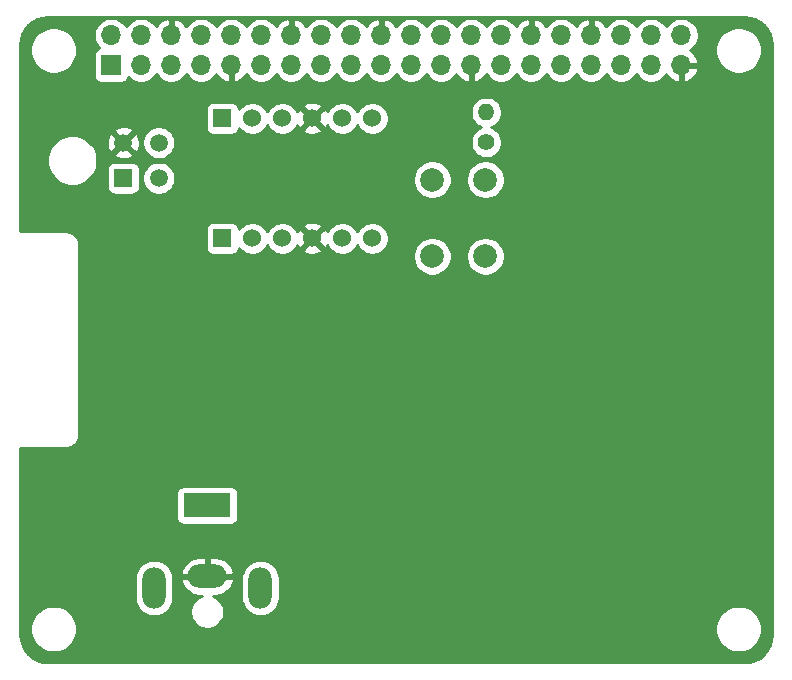
<source format=gbl>
G04 #@! TF.GenerationSoftware,KiCad,Pcbnew,5.1.10-88a1d61d58~88~ubuntu20.04.1*
G04 #@! TF.CreationDate,2021-06-08T22:25:17-06:00*
G04 #@! TF.ProjectId,raspberrypi-led-hat-2,72617370-6265-4727-9279-70692d6c6564,rev?*
G04 #@! TF.SameCoordinates,Original*
G04 #@! TF.FileFunction,Copper,L2,Bot*
G04 #@! TF.FilePolarity,Positive*
%FSLAX46Y46*%
G04 Gerber Fmt 4.6, Leading zero omitted, Abs format (unit mm)*
G04 Created by KiCad (PCBNEW 5.1.10-88a1d61d58~88~ubuntu20.04.1) date 2021-06-08 22:25:17*
%MOMM*%
%LPD*%
G01*
G04 APERTURE LIST*
G04 #@! TA.AperFunction,ComponentPad*
%ADD10O,1.400000X1.400000*%
G04 #@! TD*
G04 #@! TA.AperFunction,ComponentPad*
%ADD11C,1.400000*%
G04 #@! TD*
G04 #@! TA.AperFunction,ComponentPad*
%ADD12C,1.524000*%
G04 #@! TD*
G04 #@! TA.AperFunction,ComponentPad*
%ADD13R,1.524000X1.524000*%
G04 #@! TD*
G04 #@! TA.AperFunction,ComponentPad*
%ADD14C,2.000000*%
G04 #@! TD*
G04 #@! TA.AperFunction,ComponentPad*
%ADD15C,1.520000*%
G04 #@! TD*
G04 #@! TA.AperFunction,ComponentPad*
%ADD16R,1.520000X1.520000*%
G04 #@! TD*
G04 #@! TA.AperFunction,ComponentPad*
%ADD17O,2.000000X3.500000*%
G04 #@! TD*
G04 #@! TA.AperFunction,ComponentPad*
%ADD18O,3.300000X2.000000*%
G04 #@! TD*
G04 #@! TA.AperFunction,ComponentPad*
%ADD19R,4.000000X2.000000*%
G04 #@! TD*
G04 #@! TA.AperFunction,ComponentPad*
%ADD20R,1.700000X1.700000*%
G04 #@! TD*
G04 #@! TA.AperFunction,ComponentPad*
%ADD21O,1.700000X1.700000*%
G04 #@! TD*
G04 #@! TA.AperFunction,Conductor*
%ADD22C,0.254000*%
G04 #@! TD*
G04 #@! TA.AperFunction,Conductor*
%ADD23C,0.150000*%
G04 #@! TD*
G04 APERTURE END LIST*
D10*
X240132000Y-102756000D03*
D11*
X240132000Y-105296000D03*
D12*
X230480000Y-113424000D03*
X227940000Y-113424000D03*
X225400000Y-113424000D03*
X222860000Y-113424000D03*
X220320000Y-113424000D03*
D13*
X217780000Y-113424000D03*
D12*
X230480000Y-103264000D03*
X227940000Y-103264000D03*
X225400000Y-103264000D03*
X222860000Y-103264000D03*
X220320000Y-103264000D03*
D13*
X217780000Y-103264000D03*
D14*
X235560000Y-108448000D03*
X240060000Y-108448000D03*
X235560000Y-114948000D03*
X240060000Y-114948000D03*
D15*
X212399998Y-105320001D03*
X212399998Y-108320000D03*
X209399999Y-105320001D03*
D16*
X209399999Y-108320000D03*
D17*
X221010000Y-143030000D03*
X212010000Y-143030000D03*
D18*
X216510000Y-142030000D03*
D19*
X216510000Y-136030000D03*
D20*
X208370000Y-98770000D03*
D21*
X208370000Y-96230000D03*
X210910000Y-98770000D03*
X210910000Y-96230000D03*
X213450000Y-98770000D03*
X213450000Y-96230000D03*
X215990000Y-98770000D03*
X215990000Y-96230000D03*
X218530000Y-98770000D03*
X218530000Y-96230000D03*
X221070000Y-98770000D03*
X221070000Y-96230000D03*
X223610000Y-98770000D03*
X223610000Y-96230000D03*
X226150000Y-98770000D03*
X226150000Y-96230000D03*
X228690000Y-98770000D03*
X228690000Y-96230000D03*
X231230000Y-98770000D03*
X231230000Y-96230000D03*
X233770000Y-98770000D03*
X233770000Y-96230000D03*
X236310000Y-98770000D03*
X236310000Y-96230000D03*
X238850000Y-98770000D03*
X238850000Y-96230000D03*
X241390000Y-98770000D03*
X241390000Y-96230000D03*
X243930000Y-98770000D03*
X243930000Y-96230000D03*
X246470000Y-98770000D03*
X246470000Y-96230000D03*
X249010000Y-98770000D03*
X249010000Y-96230000D03*
X251550000Y-98770000D03*
X251550000Y-96230000D03*
X254090000Y-98770000D03*
X254090000Y-96230000D03*
X256630000Y-98770000D03*
X256630000Y-96230000D03*
D22*
X262449016Y-94732312D02*
X262880930Y-94862714D01*
X263279285Y-95074524D01*
X263628914Y-95359675D01*
X263916497Y-95707303D01*
X264131086Y-96104177D01*
X264264498Y-96535161D01*
X264315001Y-97015663D01*
X264315000Y-146966495D01*
X264267688Y-147449016D01*
X264137287Y-147880927D01*
X263925480Y-148279280D01*
X263640325Y-148628914D01*
X263292697Y-148916497D01*
X262895825Y-149131085D01*
X262464834Y-149264500D01*
X261984346Y-149315000D01*
X203033504Y-149315000D01*
X202550984Y-149267688D01*
X202119073Y-149137287D01*
X201720720Y-148925480D01*
X201371086Y-148640325D01*
X201083503Y-148292697D01*
X200868915Y-147895825D01*
X200735500Y-147464834D01*
X200685000Y-146984346D01*
X200685000Y-146304495D01*
X201515000Y-146304495D01*
X201515000Y-146695505D01*
X201591282Y-147079003D01*
X201740915Y-147440250D01*
X201958149Y-147765364D01*
X202234636Y-148041851D01*
X202559750Y-148259085D01*
X202920997Y-148408718D01*
X203304495Y-148485000D01*
X203695505Y-148485000D01*
X204079003Y-148408718D01*
X204440250Y-148259085D01*
X204765364Y-148041851D01*
X205041851Y-147765364D01*
X205259085Y-147440250D01*
X205408718Y-147079003D01*
X205485000Y-146695505D01*
X205485000Y-146304495D01*
X205408718Y-145920997D01*
X205259085Y-145559750D01*
X205041851Y-145234636D01*
X204765364Y-144958149D01*
X204440250Y-144740915D01*
X204079003Y-144591282D01*
X203695505Y-144515000D01*
X203304495Y-144515000D01*
X202920997Y-144591282D01*
X202559750Y-144740915D01*
X202234636Y-144958149D01*
X201958149Y-145234636D01*
X201740915Y-145559750D01*
X201591282Y-145920997D01*
X201515000Y-146304495D01*
X200685000Y-146304495D01*
X200685000Y-142199679D01*
X210375000Y-142199679D01*
X210375000Y-143860322D01*
X210398657Y-144100516D01*
X210492149Y-144408715D01*
X210643970Y-144692752D01*
X210848287Y-144941714D01*
X211097249Y-145146031D01*
X211381286Y-145297852D01*
X211689485Y-145391343D01*
X212010000Y-145422911D01*
X212330516Y-145391343D01*
X212638715Y-145297852D01*
X212922752Y-145146031D01*
X213171714Y-144941714D01*
X213376031Y-144692752D01*
X213527852Y-144408715D01*
X213621343Y-144100516D01*
X213645000Y-143860322D01*
X213645000Y-142410434D01*
X214269876Y-142410434D01*
X214300856Y-142538355D01*
X214429990Y-142832761D01*
X214614078Y-143096317D01*
X214846046Y-143318895D01*
X215116980Y-143491942D01*
X215416468Y-143608807D01*
X215733000Y-143665000D01*
X216055568Y-143665000D01*
X215830273Y-143758320D01*
X215595241Y-143915363D01*
X215395363Y-144115241D01*
X215238320Y-144350273D01*
X215130147Y-144611426D01*
X215075000Y-144888665D01*
X215075000Y-145171335D01*
X215130147Y-145448574D01*
X215238320Y-145709727D01*
X215395363Y-145944759D01*
X215595241Y-146144637D01*
X215830273Y-146301680D01*
X216091426Y-146409853D01*
X216368665Y-146465000D01*
X216651335Y-146465000D01*
X216928574Y-146409853D01*
X217182930Y-146304495D01*
X259515000Y-146304495D01*
X259515000Y-146695505D01*
X259591282Y-147079003D01*
X259740915Y-147440250D01*
X259958149Y-147765364D01*
X260234636Y-148041851D01*
X260559750Y-148259085D01*
X260920997Y-148408718D01*
X261304495Y-148485000D01*
X261695505Y-148485000D01*
X262079003Y-148408718D01*
X262440250Y-148259085D01*
X262765364Y-148041851D01*
X263041851Y-147765364D01*
X263259085Y-147440250D01*
X263408718Y-147079003D01*
X263485000Y-146695505D01*
X263485000Y-146304495D01*
X263408718Y-145920997D01*
X263259085Y-145559750D01*
X263041851Y-145234636D01*
X262765364Y-144958149D01*
X262440250Y-144740915D01*
X262079003Y-144591282D01*
X261695505Y-144515000D01*
X261304495Y-144515000D01*
X260920997Y-144591282D01*
X260559750Y-144740915D01*
X260234636Y-144958149D01*
X259958149Y-145234636D01*
X259740915Y-145559750D01*
X259591282Y-145920997D01*
X259515000Y-146304495D01*
X217182930Y-146304495D01*
X217189727Y-146301680D01*
X217424759Y-146144637D01*
X217624637Y-145944759D01*
X217781680Y-145709727D01*
X217889853Y-145448574D01*
X217945000Y-145171335D01*
X217945000Y-144888665D01*
X217889853Y-144611426D01*
X217781680Y-144350273D01*
X217624637Y-144115241D01*
X217424759Y-143915363D01*
X217189727Y-143758320D01*
X216964432Y-143665000D01*
X217287000Y-143665000D01*
X217603532Y-143608807D01*
X217903020Y-143491942D01*
X218173954Y-143318895D01*
X218405922Y-143096317D01*
X218590010Y-142832761D01*
X218719144Y-142538355D01*
X218750124Y-142410434D01*
X218650876Y-142199679D01*
X219375000Y-142199679D01*
X219375000Y-143860322D01*
X219398657Y-144100516D01*
X219492149Y-144408715D01*
X219643970Y-144692752D01*
X219848287Y-144941714D01*
X220097249Y-145146031D01*
X220381286Y-145297852D01*
X220689485Y-145391343D01*
X221010000Y-145422911D01*
X221330516Y-145391343D01*
X221638715Y-145297852D01*
X221922752Y-145146031D01*
X222171714Y-144941714D01*
X222376031Y-144692752D01*
X222527852Y-144408715D01*
X222621343Y-144100516D01*
X222645000Y-143860322D01*
X222645000Y-142199678D01*
X222621343Y-141959484D01*
X222527852Y-141651285D01*
X222376031Y-141367248D01*
X222171714Y-141118286D01*
X221922751Y-140913969D01*
X221638714Y-140762148D01*
X221330515Y-140668657D01*
X221010000Y-140637089D01*
X220689484Y-140668657D01*
X220381285Y-140762148D01*
X220097248Y-140913969D01*
X219848286Y-141118286D01*
X219643969Y-141367249D01*
X219492148Y-141651286D01*
X219398657Y-141959485D01*
X219375000Y-142199679D01*
X218650876Y-142199679D01*
X218630777Y-142157000D01*
X216637000Y-142157000D01*
X216637000Y-142177000D01*
X216383000Y-142177000D01*
X216383000Y-142157000D01*
X214389223Y-142157000D01*
X214269876Y-142410434D01*
X213645000Y-142410434D01*
X213645000Y-142199678D01*
X213621343Y-141959484D01*
X213527852Y-141651285D01*
X213526934Y-141649566D01*
X214269876Y-141649566D01*
X214389223Y-141903000D01*
X216383000Y-141903000D01*
X216383000Y-140395000D01*
X216637000Y-140395000D01*
X216637000Y-141903000D01*
X218630777Y-141903000D01*
X218750124Y-141649566D01*
X218719144Y-141521645D01*
X218590010Y-141227239D01*
X218405922Y-140963683D01*
X218173954Y-140741105D01*
X217903020Y-140568058D01*
X217603532Y-140451193D01*
X217287000Y-140395000D01*
X216637000Y-140395000D01*
X216383000Y-140395000D01*
X215733000Y-140395000D01*
X215416468Y-140451193D01*
X215116980Y-140568058D01*
X214846046Y-140741105D01*
X214614078Y-140963683D01*
X214429990Y-141227239D01*
X214300856Y-141521645D01*
X214269876Y-141649566D01*
X213526934Y-141649566D01*
X213376031Y-141367248D01*
X213171714Y-141118286D01*
X212922751Y-140913969D01*
X212638714Y-140762148D01*
X212330515Y-140668657D01*
X212010000Y-140637089D01*
X211689484Y-140668657D01*
X211381285Y-140762148D01*
X211097248Y-140913969D01*
X210848286Y-141118286D01*
X210643969Y-141367249D01*
X210492148Y-141651286D01*
X210398657Y-141959485D01*
X210375000Y-142199679D01*
X200685000Y-142199679D01*
X200685000Y-135030000D01*
X213871928Y-135030000D01*
X213871928Y-137030000D01*
X213884188Y-137154482D01*
X213920498Y-137274180D01*
X213979463Y-137384494D01*
X214058815Y-137481185D01*
X214155506Y-137560537D01*
X214265820Y-137619502D01*
X214385518Y-137655812D01*
X214510000Y-137668072D01*
X218510000Y-137668072D01*
X218634482Y-137655812D01*
X218754180Y-137619502D01*
X218864494Y-137560537D01*
X218961185Y-137481185D01*
X219040537Y-137384494D01*
X219099502Y-137274180D01*
X219135812Y-137154482D01*
X219148072Y-137030000D01*
X219148072Y-135030000D01*
X219135812Y-134905518D01*
X219099502Y-134785820D01*
X219040537Y-134675506D01*
X218961185Y-134578815D01*
X218864494Y-134499463D01*
X218754180Y-134440498D01*
X218634482Y-134404188D01*
X218510000Y-134391928D01*
X214510000Y-134391928D01*
X214385518Y-134404188D01*
X214265820Y-134440498D01*
X214155506Y-134499463D01*
X214058815Y-134578815D01*
X213979463Y-134675506D01*
X213920498Y-134785820D01*
X213884188Y-134905518D01*
X213871928Y-135030000D01*
X200685000Y-135030000D01*
X200685000Y-131185000D01*
X204533647Y-131185000D01*
X204562601Y-131182148D01*
X204565573Y-131182169D01*
X204575092Y-131181236D01*
X204623218Y-131176178D01*
X204634283Y-131175088D01*
X204634652Y-131174976D01*
X204672140Y-131171036D01*
X204732990Y-131158545D01*
X204793942Y-131146918D01*
X204803096Y-131144155D01*
X204803102Y-131144153D01*
X204896317Y-131115298D01*
X204953533Y-131091246D01*
X205011119Y-131067980D01*
X205019564Y-131063490D01*
X205105401Y-131017077D01*
X205156867Y-130982362D01*
X205208821Y-130948364D01*
X205216232Y-130942320D01*
X205291421Y-130880118D01*
X205335162Y-130836070D01*
X205379522Y-130792631D01*
X205385618Y-130785261D01*
X205385623Y-130785256D01*
X205385627Y-130785250D01*
X205447294Y-130709640D01*
X205481632Y-130657959D01*
X205516733Y-130606694D01*
X205521282Y-130598281D01*
X205567094Y-130512120D01*
X205590758Y-130454704D01*
X205615208Y-130397661D01*
X205618036Y-130388525D01*
X205646241Y-130295107D01*
X205658303Y-130234187D01*
X205671209Y-130173470D01*
X205672209Y-130163958D01*
X205681731Y-130066841D01*
X205681731Y-130066837D01*
X205685000Y-130033647D01*
X205685000Y-113966353D01*
X205682148Y-113937399D01*
X205682169Y-113934427D01*
X205681236Y-113924909D01*
X205676179Y-113876790D01*
X205675088Y-113865717D01*
X205674976Y-113865348D01*
X205671036Y-113827860D01*
X205658547Y-113767017D01*
X205646918Y-113706058D01*
X205644154Y-113696902D01*
X205615298Y-113603683D01*
X205591232Y-113546434D01*
X205567979Y-113488881D01*
X205563489Y-113480436D01*
X205517077Y-113394598D01*
X205482350Y-113343115D01*
X205448364Y-113291179D01*
X205442320Y-113283767D01*
X205380118Y-113208579D01*
X205336051Y-113164818D01*
X205292630Y-113120478D01*
X205285261Y-113114381D01*
X205209640Y-113052706D01*
X205157959Y-113018368D01*
X205106694Y-112983267D01*
X205098281Y-112978718D01*
X205012120Y-112932906D01*
X204954704Y-112909242D01*
X204897661Y-112884792D01*
X204888525Y-112881964D01*
X204795107Y-112853759D01*
X204734195Y-112841698D01*
X204673471Y-112828791D01*
X204663959Y-112827791D01*
X204566841Y-112818269D01*
X204566837Y-112818269D01*
X204533647Y-112815000D01*
X200685000Y-112815000D01*
X200685000Y-112662000D01*
X216379928Y-112662000D01*
X216379928Y-114186000D01*
X216392188Y-114310482D01*
X216428498Y-114430180D01*
X216487463Y-114540494D01*
X216566815Y-114637185D01*
X216663506Y-114716537D01*
X216773820Y-114775502D01*
X216893518Y-114811812D01*
X217018000Y-114824072D01*
X218542000Y-114824072D01*
X218666482Y-114811812D01*
X218786180Y-114775502D01*
X218896494Y-114716537D01*
X218993185Y-114637185D01*
X219072537Y-114540494D01*
X219131502Y-114430180D01*
X219167812Y-114310482D01*
X219176080Y-114226535D01*
X219234880Y-114314535D01*
X219429465Y-114509120D01*
X219658273Y-114662005D01*
X219912510Y-114767314D01*
X220182408Y-114821000D01*
X220457592Y-114821000D01*
X220727490Y-114767314D01*
X220981727Y-114662005D01*
X221210535Y-114509120D01*
X221405120Y-114314535D01*
X221558005Y-114085727D01*
X221590000Y-114008485D01*
X221621995Y-114085727D01*
X221774880Y-114314535D01*
X221969465Y-114509120D01*
X222198273Y-114662005D01*
X222452510Y-114767314D01*
X222722408Y-114821000D01*
X222997592Y-114821000D01*
X223267490Y-114767314D01*
X223521727Y-114662005D01*
X223750535Y-114509120D01*
X223870090Y-114389565D01*
X224614040Y-114389565D01*
X224681020Y-114629656D01*
X224930048Y-114746756D01*
X225197135Y-114813023D01*
X225472017Y-114825910D01*
X225744133Y-114784922D01*
X226003023Y-114691636D01*
X226118980Y-114629656D01*
X226185960Y-114389565D01*
X225400000Y-113603605D01*
X224614040Y-114389565D01*
X223870090Y-114389565D01*
X223945120Y-114314535D01*
X224098005Y-114085727D01*
X224127692Y-114014057D01*
X224132364Y-114027023D01*
X224194344Y-114142980D01*
X224434435Y-114209960D01*
X225220395Y-113424000D01*
X225579605Y-113424000D01*
X226365565Y-114209960D01*
X226605656Y-114142980D01*
X226669485Y-114007240D01*
X226701995Y-114085727D01*
X226854880Y-114314535D01*
X227049465Y-114509120D01*
X227278273Y-114662005D01*
X227532510Y-114767314D01*
X227802408Y-114821000D01*
X228077592Y-114821000D01*
X228347490Y-114767314D01*
X228601727Y-114662005D01*
X228830535Y-114509120D01*
X229025120Y-114314535D01*
X229178005Y-114085727D01*
X229210000Y-114008485D01*
X229241995Y-114085727D01*
X229394880Y-114314535D01*
X229589465Y-114509120D01*
X229818273Y-114662005D01*
X230072510Y-114767314D01*
X230342408Y-114821000D01*
X230617592Y-114821000D01*
X230788687Y-114786967D01*
X233925000Y-114786967D01*
X233925000Y-115109033D01*
X233987832Y-115424912D01*
X234111082Y-115722463D01*
X234290013Y-115990252D01*
X234517748Y-116217987D01*
X234785537Y-116396918D01*
X235083088Y-116520168D01*
X235398967Y-116583000D01*
X235721033Y-116583000D01*
X236036912Y-116520168D01*
X236334463Y-116396918D01*
X236602252Y-116217987D01*
X236829987Y-115990252D01*
X237008918Y-115722463D01*
X237132168Y-115424912D01*
X237195000Y-115109033D01*
X237195000Y-114786967D01*
X238425000Y-114786967D01*
X238425000Y-115109033D01*
X238487832Y-115424912D01*
X238611082Y-115722463D01*
X238790013Y-115990252D01*
X239017748Y-116217987D01*
X239285537Y-116396918D01*
X239583088Y-116520168D01*
X239898967Y-116583000D01*
X240221033Y-116583000D01*
X240536912Y-116520168D01*
X240834463Y-116396918D01*
X241102252Y-116217987D01*
X241329987Y-115990252D01*
X241508918Y-115722463D01*
X241632168Y-115424912D01*
X241695000Y-115109033D01*
X241695000Y-114786967D01*
X241632168Y-114471088D01*
X241508918Y-114173537D01*
X241329987Y-113905748D01*
X241102252Y-113678013D01*
X240834463Y-113499082D01*
X240536912Y-113375832D01*
X240221033Y-113313000D01*
X239898967Y-113313000D01*
X239583088Y-113375832D01*
X239285537Y-113499082D01*
X239017748Y-113678013D01*
X238790013Y-113905748D01*
X238611082Y-114173537D01*
X238487832Y-114471088D01*
X238425000Y-114786967D01*
X237195000Y-114786967D01*
X237132168Y-114471088D01*
X237008918Y-114173537D01*
X236829987Y-113905748D01*
X236602252Y-113678013D01*
X236334463Y-113499082D01*
X236036912Y-113375832D01*
X235721033Y-113313000D01*
X235398967Y-113313000D01*
X235083088Y-113375832D01*
X234785537Y-113499082D01*
X234517748Y-113678013D01*
X234290013Y-113905748D01*
X234111082Y-114173537D01*
X233987832Y-114471088D01*
X233925000Y-114786967D01*
X230788687Y-114786967D01*
X230887490Y-114767314D01*
X231141727Y-114662005D01*
X231370535Y-114509120D01*
X231565120Y-114314535D01*
X231718005Y-114085727D01*
X231823314Y-113831490D01*
X231877000Y-113561592D01*
X231877000Y-113286408D01*
X231823314Y-113016510D01*
X231718005Y-112762273D01*
X231565120Y-112533465D01*
X231370535Y-112338880D01*
X231141727Y-112185995D01*
X230887490Y-112080686D01*
X230617592Y-112027000D01*
X230342408Y-112027000D01*
X230072510Y-112080686D01*
X229818273Y-112185995D01*
X229589465Y-112338880D01*
X229394880Y-112533465D01*
X229241995Y-112762273D01*
X229210000Y-112839515D01*
X229178005Y-112762273D01*
X229025120Y-112533465D01*
X228830535Y-112338880D01*
X228601727Y-112185995D01*
X228347490Y-112080686D01*
X228077592Y-112027000D01*
X227802408Y-112027000D01*
X227532510Y-112080686D01*
X227278273Y-112185995D01*
X227049465Y-112338880D01*
X226854880Y-112533465D01*
X226701995Y-112762273D01*
X226672308Y-112833943D01*
X226667636Y-112820977D01*
X226605656Y-112705020D01*
X226365565Y-112638040D01*
X225579605Y-113424000D01*
X225220395Y-113424000D01*
X224434435Y-112638040D01*
X224194344Y-112705020D01*
X224130515Y-112840760D01*
X224098005Y-112762273D01*
X223945120Y-112533465D01*
X223870090Y-112458435D01*
X224614040Y-112458435D01*
X225400000Y-113244395D01*
X226185960Y-112458435D01*
X226118980Y-112218344D01*
X225869952Y-112101244D01*
X225602865Y-112034977D01*
X225327983Y-112022090D01*
X225055867Y-112063078D01*
X224796977Y-112156364D01*
X224681020Y-112218344D01*
X224614040Y-112458435D01*
X223870090Y-112458435D01*
X223750535Y-112338880D01*
X223521727Y-112185995D01*
X223267490Y-112080686D01*
X222997592Y-112027000D01*
X222722408Y-112027000D01*
X222452510Y-112080686D01*
X222198273Y-112185995D01*
X221969465Y-112338880D01*
X221774880Y-112533465D01*
X221621995Y-112762273D01*
X221590000Y-112839515D01*
X221558005Y-112762273D01*
X221405120Y-112533465D01*
X221210535Y-112338880D01*
X220981727Y-112185995D01*
X220727490Y-112080686D01*
X220457592Y-112027000D01*
X220182408Y-112027000D01*
X219912510Y-112080686D01*
X219658273Y-112185995D01*
X219429465Y-112338880D01*
X219234880Y-112533465D01*
X219176080Y-112621465D01*
X219167812Y-112537518D01*
X219131502Y-112417820D01*
X219072537Y-112307506D01*
X218993185Y-112210815D01*
X218896494Y-112131463D01*
X218786180Y-112072498D01*
X218666482Y-112036188D01*
X218542000Y-112023928D01*
X217018000Y-112023928D01*
X216893518Y-112036188D01*
X216773820Y-112072498D01*
X216663506Y-112131463D01*
X216566815Y-112210815D01*
X216487463Y-112307506D01*
X216428498Y-112417820D01*
X216392188Y-112537518D01*
X216379928Y-112662000D01*
X200685000Y-112662000D01*
X200685000Y-106609721D01*
X202945001Y-106609721D01*
X202945001Y-107030279D01*
X203027048Y-107442756D01*
X203187989Y-107831301D01*
X203421638Y-108180982D01*
X203719018Y-108478362D01*
X204068699Y-108712011D01*
X204457244Y-108872952D01*
X204869721Y-108954999D01*
X205290279Y-108954999D01*
X205702756Y-108872952D01*
X206091301Y-108712011D01*
X206440982Y-108478362D01*
X206738362Y-108180982D01*
X206972011Y-107831301D01*
X207084387Y-107560000D01*
X208001927Y-107560000D01*
X208001927Y-109080000D01*
X208014187Y-109204482D01*
X208050497Y-109324180D01*
X208109462Y-109434494D01*
X208188814Y-109531185D01*
X208285505Y-109610537D01*
X208395819Y-109669502D01*
X208515517Y-109705812D01*
X208639999Y-109718072D01*
X210159999Y-109718072D01*
X210284481Y-109705812D01*
X210404179Y-109669502D01*
X210514493Y-109610537D01*
X210611184Y-109531185D01*
X210690536Y-109434494D01*
X210749501Y-109324180D01*
X210785811Y-109204482D01*
X210798071Y-109080000D01*
X210798071Y-108182604D01*
X211004998Y-108182604D01*
X211004998Y-108457396D01*
X211058607Y-108726907D01*
X211163765Y-108980780D01*
X211316431Y-109209261D01*
X211510737Y-109403567D01*
X211739218Y-109556233D01*
X211993091Y-109661391D01*
X212262602Y-109715000D01*
X212537394Y-109715000D01*
X212806905Y-109661391D01*
X213060778Y-109556233D01*
X213289259Y-109403567D01*
X213483565Y-109209261D01*
X213636231Y-108980780D01*
X213741389Y-108726907D01*
X213794998Y-108457396D01*
X213794998Y-108286967D01*
X233925000Y-108286967D01*
X233925000Y-108609033D01*
X233987832Y-108924912D01*
X234111082Y-109222463D01*
X234290013Y-109490252D01*
X234517748Y-109717987D01*
X234785537Y-109896918D01*
X235083088Y-110020168D01*
X235398967Y-110083000D01*
X235721033Y-110083000D01*
X236036912Y-110020168D01*
X236334463Y-109896918D01*
X236602252Y-109717987D01*
X236829987Y-109490252D01*
X237008918Y-109222463D01*
X237132168Y-108924912D01*
X237195000Y-108609033D01*
X237195000Y-108286967D01*
X238425000Y-108286967D01*
X238425000Y-108609033D01*
X238487832Y-108924912D01*
X238611082Y-109222463D01*
X238790013Y-109490252D01*
X239017748Y-109717987D01*
X239285537Y-109896918D01*
X239583088Y-110020168D01*
X239898967Y-110083000D01*
X240221033Y-110083000D01*
X240536912Y-110020168D01*
X240834463Y-109896918D01*
X241102252Y-109717987D01*
X241329987Y-109490252D01*
X241508918Y-109222463D01*
X241632168Y-108924912D01*
X241695000Y-108609033D01*
X241695000Y-108286967D01*
X241632168Y-107971088D01*
X241508918Y-107673537D01*
X241329987Y-107405748D01*
X241102252Y-107178013D01*
X240834463Y-106999082D01*
X240536912Y-106875832D01*
X240221033Y-106813000D01*
X239898967Y-106813000D01*
X239583088Y-106875832D01*
X239285537Y-106999082D01*
X239017748Y-107178013D01*
X238790013Y-107405748D01*
X238611082Y-107673537D01*
X238487832Y-107971088D01*
X238425000Y-108286967D01*
X237195000Y-108286967D01*
X237132168Y-107971088D01*
X237008918Y-107673537D01*
X236829987Y-107405748D01*
X236602252Y-107178013D01*
X236334463Y-106999082D01*
X236036912Y-106875832D01*
X235721033Y-106813000D01*
X235398967Y-106813000D01*
X235083088Y-106875832D01*
X234785537Y-106999082D01*
X234517748Y-107178013D01*
X234290013Y-107405748D01*
X234111082Y-107673537D01*
X233987832Y-107971088D01*
X233925000Y-108286967D01*
X213794998Y-108286967D01*
X213794998Y-108182604D01*
X213741389Y-107913093D01*
X213636231Y-107659220D01*
X213483565Y-107430739D01*
X213289259Y-107236433D01*
X213060778Y-107083767D01*
X212806905Y-106978609D01*
X212537394Y-106925000D01*
X212262602Y-106925000D01*
X211993091Y-106978609D01*
X211739218Y-107083767D01*
X211510737Y-107236433D01*
X211316431Y-107430739D01*
X211163765Y-107659220D01*
X211058607Y-107913093D01*
X211004998Y-108182604D01*
X210798071Y-108182604D01*
X210798071Y-107560000D01*
X210785811Y-107435518D01*
X210749501Y-107315820D01*
X210690536Y-107205506D01*
X210611184Y-107108815D01*
X210514493Y-107029463D01*
X210404179Y-106970498D01*
X210284481Y-106934188D01*
X210159999Y-106921928D01*
X208639999Y-106921928D01*
X208515517Y-106934188D01*
X208395819Y-106970498D01*
X208285505Y-107029463D01*
X208188814Y-107108815D01*
X208109462Y-107205506D01*
X208050497Y-107315820D01*
X208014187Y-107435518D01*
X208001927Y-107560000D01*
X207084387Y-107560000D01*
X207132952Y-107442756D01*
X207214999Y-107030279D01*
X207214999Y-106609721D01*
X207150237Y-106284138D01*
X208615468Y-106284138D01*
X208682205Y-106524026D01*
X208930891Y-106640925D01*
X209197605Y-106707062D01*
X209472096Y-106719896D01*
X209743816Y-106678932D01*
X210002325Y-106585745D01*
X210117793Y-106524026D01*
X210184530Y-106284138D01*
X209399999Y-105499606D01*
X208615468Y-106284138D01*
X207150237Y-106284138D01*
X207132952Y-106197244D01*
X206972011Y-105808699D01*
X206738362Y-105459018D01*
X206671442Y-105392098D01*
X208000104Y-105392098D01*
X208041068Y-105663818D01*
X208134255Y-105922327D01*
X208195974Y-106037795D01*
X208435862Y-106104532D01*
X209220394Y-105320001D01*
X209579604Y-105320001D01*
X210364136Y-106104532D01*
X210604024Y-106037795D01*
X210720923Y-105789109D01*
X210787060Y-105522395D01*
X210799894Y-105247904D01*
X210790050Y-105182605D01*
X211004998Y-105182605D01*
X211004998Y-105457397D01*
X211058607Y-105726908D01*
X211163765Y-105980781D01*
X211316431Y-106209262D01*
X211510737Y-106403568D01*
X211739218Y-106556234D01*
X211993091Y-106661392D01*
X212262602Y-106715001D01*
X212537394Y-106715001D01*
X212806905Y-106661392D01*
X213060778Y-106556234D01*
X213289259Y-106403568D01*
X213483565Y-106209262D01*
X213636231Y-105980781D01*
X213741389Y-105726908D01*
X213794998Y-105457397D01*
X213794998Y-105182605D01*
X213741389Y-104913094D01*
X213636231Y-104659221D01*
X213483565Y-104430740D01*
X213289259Y-104236434D01*
X213060778Y-104083768D01*
X212806905Y-103978610D01*
X212537394Y-103925001D01*
X212262602Y-103925001D01*
X211993091Y-103978610D01*
X211739218Y-104083768D01*
X211510737Y-104236434D01*
X211316431Y-104430740D01*
X211163765Y-104659221D01*
X211058607Y-104913094D01*
X211004998Y-105182605D01*
X210790050Y-105182605D01*
X210758930Y-104976184D01*
X210665743Y-104717675D01*
X210604024Y-104602207D01*
X210364136Y-104535470D01*
X209579604Y-105320001D01*
X209220394Y-105320001D01*
X208435862Y-104535470D01*
X208195974Y-104602207D01*
X208079075Y-104850893D01*
X208012938Y-105117607D01*
X208000104Y-105392098D01*
X206671442Y-105392098D01*
X206440982Y-105161638D01*
X206091301Y-104927989D01*
X205702756Y-104767048D01*
X205290279Y-104685001D01*
X204869721Y-104685001D01*
X204457244Y-104767048D01*
X204068699Y-104927989D01*
X203719018Y-105161638D01*
X203421638Y-105459018D01*
X203187989Y-105808699D01*
X203027048Y-106197244D01*
X202945001Y-106609721D01*
X200685000Y-106609721D01*
X200685000Y-104355864D01*
X208615468Y-104355864D01*
X209399999Y-105140396D01*
X210184530Y-104355864D01*
X210117793Y-104115976D01*
X209869107Y-103999077D01*
X209602393Y-103932940D01*
X209327902Y-103920106D01*
X209056182Y-103961070D01*
X208797673Y-104054257D01*
X208682205Y-104115976D01*
X208615468Y-104355864D01*
X200685000Y-104355864D01*
X200685000Y-102502000D01*
X216379928Y-102502000D01*
X216379928Y-104026000D01*
X216392188Y-104150482D01*
X216428498Y-104270180D01*
X216487463Y-104380494D01*
X216566815Y-104477185D01*
X216663506Y-104556537D01*
X216773820Y-104615502D01*
X216893518Y-104651812D01*
X217018000Y-104664072D01*
X218542000Y-104664072D01*
X218666482Y-104651812D01*
X218786180Y-104615502D01*
X218896494Y-104556537D01*
X218993185Y-104477185D01*
X219072537Y-104380494D01*
X219131502Y-104270180D01*
X219167812Y-104150482D01*
X219176080Y-104066535D01*
X219234880Y-104154535D01*
X219429465Y-104349120D01*
X219658273Y-104502005D01*
X219912510Y-104607314D01*
X220182408Y-104661000D01*
X220457592Y-104661000D01*
X220727490Y-104607314D01*
X220981727Y-104502005D01*
X221210535Y-104349120D01*
X221405120Y-104154535D01*
X221558005Y-103925727D01*
X221590000Y-103848485D01*
X221621995Y-103925727D01*
X221774880Y-104154535D01*
X221969465Y-104349120D01*
X222198273Y-104502005D01*
X222452510Y-104607314D01*
X222722408Y-104661000D01*
X222997592Y-104661000D01*
X223267490Y-104607314D01*
X223521727Y-104502005D01*
X223750535Y-104349120D01*
X223870090Y-104229565D01*
X224614040Y-104229565D01*
X224681020Y-104469656D01*
X224930048Y-104586756D01*
X225197135Y-104653023D01*
X225472017Y-104665910D01*
X225744133Y-104624922D01*
X226003023Y-104531636D01*
X226118980Y-104469656D01*
X226185960Y-104229565D01*
X225400000Y-103443605D01*
X224614040Y-104229565D01*
X223870090Y-104229565D01*
X223945120Y-104154535D01*
X224098005Y-103925727D01*
X224127692Y-103854057D01*
X224132364Y-103867023D01*
X224194344Y-103982980D01*
X224434435Y-104049960D01*
X225220395Y-103264000D01*
X225579605Y-103264000D01*
X226365565Y-104049960D01*
X226605656Y-103982980D01*
X226669485Y-103847240D01*
X226701995Y-103925727D01*
X226854880Y-104154535D01*
X227049465Y-104349120D01*
X227278273Y-104502005D01*
X227532510Y-104607314D01*
X227802408Y-104661000D01*
X228077592Y-104661000D01*
X228347490Y-104607314D01*
X228601727Y-104502005D01*
X228830535Y-104349120D01*
X229025120Y-104154535D01*
X229178005Y-103925727D01*
X229210000Y-103848485D01*
X229241995Y-103925727D01*
X229394880Y-104154535D01*
X229589465Y-104349120D01*
X229818273Y-104502005D01*
X230072510Y-104607314D01*
X230342408Y-104661000D01*
X230617592Y-104661000D01*
X230887490Y-104607314D01*
X231141727Y-104502005D01*
X231370535Y-104349120D01*
X231565120Y-104154535D01*
X231718005Y-103925727D01*
X231823314Y-103671490D01*
X231877000Y-103401592D01*
X231877000Y-103126408D01*
X231823314Y-102856510D01*
X231727218Y-102624514D01*
X238797000Y-102624514D01*
X238797000Y-102887486D01*
X238848304Y-103145405D01*
X238948939Y-103388359D01*
X239095038Y-103607013D01*
X239280987Y-103792962D01*
X239499641Y-103939061D01*
X239709530Y-104026000D01*
X239499641Y-104112939D01*
X239280987Y-104259038D01*
X239095038Y-104444987D01*
X238948939Y-104663641D01*
X238848304Y-104906595D01*
X238797000Y-105164514D01*
X238797000Y-105427486D01*
X238848304Y-105685405D01*
X238948939Y-105928359D01*
X239095038Y-106147013D01*
X239280987Y-106332962D01*
X239499641Y-106479061D01*
X239742595Y-106579696D01*
X240000514Y-106631000D01*
X240263486Y-106631000D01*
X240521405Y-106579696D01*
X240764359Y-106479061D01*
X240983013Y-106332962D01*
X241168962Y-106147013D01*
X241315061Y-105928359D01*
X241415696Y-105685405D01*
X241467000Y-105427486D01*
X241467000Y-105164514D01*
X241415696Y-104906595D01*
X241315061Y-104663641D01*
X241168962Y-104444987D01*
X240983013Y-104259038D01*
X240764359Y-104112939D01*
X240554470Y-104026000D01*
X240764359Y-103939061D01*
X240983013Y-103792962D01*
X241168962Y-103607013D01*
X241315061Y-103388359D01*
X241415696Y-103145405D01*
X241467000Y-102887486D01*
X241467000Y-102624514D01*
X241415696Y-102366595D01*
X241315061Y-102123641D01*
X241168962Y-101904987D01*
X240983013Y-101719038D01*
X240764359Y-101572939D01*
X240521405Y-101472304D01*
X240263486Y-101421000D01*
X240000514Y-101421000D01*
X239742595Y-101472304D01*
X239499641Y-101572939D01*
X239280987Y-101719038D01*
X239095038Y-101904987D01*
X238948939Y-102123641D01*
X238848304Y-102366595D01*
X238797000Y-102624514D01*
X231727218Y-102624514D01*
X231718005Y-102602273D01*
X231565120Y-102373465D01*
X231370535Y-102178880D01*
X231141727Y-102025995D01*
X230887490Y-101920686D01*
X230617592Y-101867000D01*
X230342408Y-101867000D01*
X230072510Y-101920686D01*
X229818273Y-102025995D01*
X229589465Y-102178880D01*
X229394880Y-102373465D01*
X229241995Y-102602273D01*
X229210000Y-102679515D01*
X229178005Y-102602273D01*
X229025120Y-102373465D01*
X228830535Y-102178880D01*
X228601727Y-102025995D01*
X228347490Y-101920686D01*
X228077592Y-101867000D01*
X227802408Y-101867000D01*
X227532510Y-101920686D01*
X227278273Y-102025995D01*
X227049465Y-102178880D01*
X226854880Y-102373465D01*
X226701995Y-102602273D01*
X226672308Y-102673943D01*
X226667636Y-102660977D01*
X226605656Y-102545020D01*
X226365565Y-102478040D01*
X225579605Y-103264000D01*
X225220395Y-103264000D01*
X224434435Y-102478040D01*
X224194344Y-102545020D01*
X224130515Y-102680760D01*
X224098005Y-102602273D01*
X223945120Y-102373465D01*
X223870090Y-102298435D01*
X224614040Y-102298435D01*
X225400000Y-103084395D01*
X226185960Y-102298435D01*
X226118980Y-102058344D01*
X225869952Y-101941244D01*
X225602865Y-101874977D01*
X225327983Y-101862090D01*
X225055867Y-101903078D01*
X224796977Y-101996364D01*
X224681020Y-102058344D01*
X224614040Y-102298435D01*
X223870090Y-102298435D01*
X223750535Y-102178880D01*
X223521727Y-102025995D01*
X223267490Y-101920686D01*
X222997592Y-101867000D01*
X222722408Y-101867000D01*
X222452510Y-101920686D01*
X222198273Y-102025995D01*
X221969465Y-102178880D01*
X221774880Y-102373465D01*
X221621995Y-102602273D01*
X221590000Y-102679515D01*
X221558005Y-102602273D01*
X221405120Y-102373465D01*
X221210535Y-102178880D01*
X220981727Y-102025995D01*
X220727490Y-101920686D01*
X220457592Y-101867000D01*
X220182408Y-101867000D01*
X219912510Y-101920686D01*
X219658273Y-102025995D01*
X219429465Y-102178880D01*
X219234880Y-102373465D01*
X219176080Y-102461465D01*
X219167812Y-102377518D01*
X219131502Y-102257820D01*
X219072537Y-102147506D01*
X218993185Y-102050815D01*
X218896494Y-101971463D01*
X218786180Y-101912498D01*
X218666482Y-101876188D01*
X218542000Y-101863928D01*
X217018000Y-101863928D01*
X216893518Y-101876188D01*
X216773820Y-101912498D01*
X216663506Y-101971463D01*
X216566815Y-102050815D01*
X216487463Y-102147506D01*
X216428498Y-102257820D01*
X216392188Y-102377518D01*
X216379928Y-102502000D01*
X200685000Y-102502000D01*
X200685000Y-97304495D01*
X201515000Y-97304495D01*
X201515000Y-97695505D01*
X201591282Y-98079003D01*
X201740915Y-98440250D01*
X201958149Y-98765364D01*
X202234636Y-99041851D01*
X202559750Y-99259085D01*
X202920997Y-99408718D01*
X203304495Y-99485000D01*
X203695505Y-99485000D01*
X204079003Y-99408718D01*
X204440250Y-99259085D01*
X204765364Y-99041851D01*
X205041851Y-98765364D01*
X205259085Y-98440250D01*
X205408718Y-98079003D01*
X205440345Y-97920000D01*
X206881928Y-97920000D01*
X206881928Y-99620000D01*
X206894188Y-99744482D01*
X206930498Y-99864180D01*
X206989463Y-99974494D01*
X207068815Y-100071185D01*
X207165506Y-100150537D01*
X207275820Y-100209502D01*
X207395518Y-100245812D01*
X207520000Y-100258072D01*
X209220000Y-100258072D01*
X209344482Y-100245812D01*
X209464180Y-100209502D01*
X209574494Y-100150537D01*
X209671185Y-100071185D01*
X209750537Y-99974494D01*
X209809502Y-99864180D01*
X209831513Y-99791620D01*
X209963368Y-99923475D01*
X210206589Y-100085990D01*
X210476842Y-100197932D01*
X210763740Y-100255000D01*
X211056260Y-100255000D01*
X211343158Y-100197932D01*
X211613411Y-100085990D01*
X211856632Y-99923475D01*
X212063475Y-99716632D01*
X212180000Y-99542240D01*
X212296525Y-99716632D01*
X212503368Y-99923475D01*
X212746589Y-100085990D01*
X213016842Y-100197932D01*
X213303740Y-100255000D01*
X213596260Y-100255000D01*
X213883158Y-100197932D01*
X214153411Y-100085990D01*
X214396632Y-99923475D01*
X214603475Y-99716632D01*
X214720000Y-99542240D01*
X214836525Y-99716632D01*
X215043368Y-99923475D01*
X215286589Y-100085990D01*
X215556842Y-100197932D01*
X215843740Y-100255000D01*
X216136260Y-100255000D01*
X216423158Y-100197932D01*
X216693411Y-100085990D01*
X216936632Y-99923475D01*
X217143475Y-99716632D01*
X217265195Y-99534466D01*
X217334822Y-99651355D01*
X217529731Y-99867588D01*
X217763080Y-100041641D01*
X218025901Y-100166825D01*
X218173110Y-100211476D01*
X218403000Y-100090155D01*
X218403000Y-98897000D01*
X218383000Y-98897000D01*
X218383000Y-98643000D01*
X218403000Y-98643000D01*
X218403000Y-98623000D01*
X218657000Y-98623000D01*
X218657000Y-98643000D01*
X218677000Y-98643000D01*
X218677000Y-98897000D01*
X218657000Y-98897000D01*
X218657000Y-100090155D01*
X218886890Y-100211476D01*
X219034099Y-100166825D01*
X219296920Y-100041641D01*
X219530269Y-99867588D01*
X219725178Y-99651355D01*
X219794805Y-99534466D01*
X219916525Y-99716632D01*
X220123368Y-99923475D01*
X220366589Y-100085990D01*
X220636842Y-100197932D01*
X220923740Y-100255000D01*
X221216260Y-100255000D01*
X221503158Y-100197932D01*
X221773411Y-100085990D01*
X222016632Y-99923475D01*
X222223475Y-99716632D01*
X222340000Y-99542240D01*
X222456525Y-99716632D01*
X222663368Y-99923475D01*
X222906589Y-100085990D01*
X223176842Y-100197932D01*
X223463740Y-100255000D01*
X223756260Y-100255000D01*
X224043158Y-100197932D01*
X224313411Y-100085990D01*
X224556632Y-99923475D01*
X224763475Y-99716632D01*
X224880000Y-99542240D01*
X224996525Y-99716632D01*
X225203368Y-99923475D01*
X225446589Y-100085990D01*
X225716842Y-100197932D01*
X226003740Y-100255000D01*
X226296260Y-100255000D01*
X226583158Y-100197932D01*
X226853411Y-100085990D01*
X227096632Y-99923475D01*
X227303475Y-99716632D01*
X227420000Y-99542240D01*
X227536525Y-99716632D01*
X227743368Y-99923475D01*
X227986589Y-100085990D01*
X228256842Y-100197932D01*
X228543740Y-100255000D01*
X228836260Y-100255000D01*
X229123158Y-100197932D01*
X229393411Y-100085990D01*
X229636632Y-99923475D01*
X229843475Y-99716632D01*
X229960000Y-99542240D01*
X230076525Y-99716632D01*
X230283368Y-99923475D01*
X230526589Y-100085990D01*
X230796842Y-100197932D01*
X231083740Y-100255000D01*
X231376260Y-100255000D01*
X231663158Y-100197932D01*
X231933411Y-100085990D01*
X232176632Y-99923475D01*
X232383475Y-99716632D01*
X232500000Y-99542240D01*
X232616525Y-99716632D01*
X232823368Y-99923475D01*
X233066589Y-100085990D01*
X233336842Y-100197932D01*
X233623740Y-100255000D01*
X233916260Y-100255000D01*
X234203158Y-100197932D01*
X234473411Y-100085990D01*
X234716632Y-99923475D01*
X234923475Y-99716632D01*
X235040000Y-99542240D01*
X235156525Y-99716632D01*
X235363368Y-99923475D01*
X235606589Y-100085990D01*
X235876842Y-100197932D01*
X236163740Y-100255000D01*
X236456260Y-100255000D01*
X236743158Y-100197932D01*
X237013411Y-100085990D01*
X237256632Y-99923475D01*
X237463475Y-99716632D01*
X237585195Y-99534466D01*
X237654822Y-99651355D01*
X237849731Y-99867588D01*
X238083080Y-100041641D01*
X238345901Y-100166825D01*
X238493110Y-100211476D01*
X238723000Y-100090155D01*
X238723000Y-98897000D01*
X238703000Y-98897000D01*
X238703000Y-98643000D01*
X238723000Y-98643000D01*
X238723000Y-98623000D01*
X238977000Y-98623000D01*
X238977000Y-98643000D01*
X238997000Y-98643000D01*
X238997000Y-98897000D01*
X238977000Y-98897000D01*
X238977000Y-100090155D01*
X239206890Y-100211476D01*
X239354099Y-100166825D01*
X239616920Y-100041641D01*
X239850269Y-99867588D01*
X240045178Y-99651355D01*
X240114805Y-99534466D01*
X240236525Y-99716632D01*
X240443368Y-99923475D01*
X240686589Y-100085990D01*
X240956842Y-100197932D01*
X241243740Y-100255000D01*
X241536260Y-100255000D01*
X241823158Y-100197932D01*
X242093411Y-100085990D01*
X242336632Y-99923475D01*
X242543475Y-99716632D01*
X242660000Y-99542240D01*
X242776525Y-99716632D01*
X242983368Y-99923475D01*
X243226589Y-100085990D01*
X243496842Y-100197932D01*
X243783740Y-100255000D01*
X244076260Y-100255000D01*
X244363158Y-100197932D01*
X244633411Y-100085990D01*
X244876632Y-99923475D01*
X245083475Y-99716632D01*
X245200000Y-99542240D01*
X245316525Y-99716632D01*
X245523368Y-99923475D01*
X245766589Y-100085990D01*
X246036842Y-100197932D01*
X246323740Y-100255000D01*
X246616260Y-100255000D01*
X246903158Y-100197932D01*
X247173411Y-100085990D01*
X247416632Y-99923475D01*
X247623475Y-99716632D01*
X247740000Y-99542240D01*
X247856525Y-99716632D01*
X248063368Y-99923475D01*
X248306589Y-100085990D01*
X248576842Y-100197932D01*
X248863740Y-100255000D01*
X249156260Y-100255000D01*
X249443158Y-100197932D01*
X249713411Y-100085990D01*
X249956632Y-99923475D01*
X250163475Y-99716632D01*
X250280000Y-99542240D01*
X250396525Y-99716632D01*
X250603368Y-99923475D01*
X250846589Y-100085990D01*
X251116842Y-100197932D01*
X251403740Y-100255000D01*
X251696260Y-100255000D01*
X251983158Y-100197932D01*
X252253411Y-100085990D01*
X252496632Y-99923475D01*
X252703475Y-99716632D01*
X252820000Y-99542240D01*
X252936525Y-99716632D01*
X253143368Y-99923475D01*
X253386589Y-100085990D01*
X253656842Y-100197932D01*
X253943740Y-100255000D01*
X254236260Y-100255000D01*
X254523158Y-100197932D01*
X254793411Y-100085990D01*
X255036632Y-99923475D01*
X255243475Y-99716632D01*
X255365195Y-99534466D01*
X255434822Y-99651355D01*
X255629731Y-99867588D01*
X255863080Y-100041641D01*
X256125901Y-100166825D01*
X256273110Y-100211476D01*
X256503000Y-100090155D01*
X256503000Y-98897000D01*
X256757000Y-98897000D01*
X256757000Y-100090155D01*
X256986890Y-100211476D01*
X257134099Y-100166825D01*
X257396920Y-100041641D01*
X257630269Y-99867588D01*
X257825178Y-99651355D01*
X257974157Y-99401252D01*
X258071481Y-99126891D01*
X257950814Y-98897000D01*
X256757000Y-98897000D01*
X256503000Y-98897000D01*
X256483000Y-98897000D01*
X256483000Y-98643000D01*
X256503000Y-98643000D01*
X256503000Y-98623000D01*
X256757000Y-98623000D01*
X256757000Y-98643000D01*
X257950814Y-98643000D01*
X258071481Y-98413109D01*
X257974157Y-98138748D01*
X257825178Y-97888645D01*
X257630269Y-97672412D01*
X257400594Y-97501100D01*
X257576632Y-97383475D01*
X257655612Y-97304495D01*
X259515000Y-97304495D01*
X259515000Y-97695505D01*
X259591282Y-98079003D01*
X259740915Y-98440250D01*
X259958149Y-98765364D01*
X260234636Y-99041851D01*
X260559750Y-99259085D01*
X260920997Y-99408718D01*
X261304495Y-99485000D01*
X261695505Y-99485000D01*
X262079003Y-99408718D01*
X262440250Y-99259085D01*
X262765364Y-99041851D01*
X263041851Y-98765364D01*
X263259085Y-98440250D01*
X263408718Y-98079003D01*
X263485000Y-97695505D01*
X263485000Y-97304495D01*
X263408718Y-96920997D01*
X263259085Y-96559750D01*
X263041851Y-96234636D01*
X262765364Y-95958149D01*
X262440250Y-95740915D01*
X262079003Y-95591282D01*
X261695505Y-95515000D01*
X261304495Y-95515000D01*
X260920997Y-95591282D01*
X260559750Y-95740915D01*
X260234636Y-95958149D01*
X259958149Y-96234636D01*
X259740915Y-96559750D01*
X259591282Y-96920997D01*
X259515000Y-97304495D01*
X257655612Y-97304495D01*
X257783475Y-97176632D01*
X257945990Y-96933411D01*
X258057932Y-96663158D01*
X258115000Y-96376260D01*
X258115000Y-96083740D01*
X258057932Y-95796842D01*
X257945990Y-95526589D01*
X257783475Y-95283368D01*
X257576632Y-95076525D01*
X257333411Y-94914010D01*
X257063158Y-94802068D01*
X256776260Y-94745000D01*
X256483740Y-94745000D01*
X256196842Y-94802068D01*
X255926589Y-94914010D01*
X255683368Y-95076525D01*
X255476525Y-95283368D01*
X255360000Y-95457760D01*
X255243475Y-95283368D01*
X255036632Y-95076525D01*
X254793411Y-94914010D01*
X254523158Y-94802068D01*
X254236260Y-94745000D01*
X253943740Y-94745000D01*
X253656842Y-94802068D01*
X253386589Y-94914010D01*
X253143368Y-95076525D01*
X252936525Y-95283368D01*
X252820000Y-95457760D01*
X252703475Y-95283368D01*
X252496632Y-95076525D01*
X252253411Y-94914010D01*
X251983158Y-94802068D01*
X251696260Y-94745000D01*
X251403740Y-94745000D01*
X251116842Y-94802068D01*
X250846589Y-94914010D01*
X250603368Y-95076525D01*
X250396525Y-95283368D01*
X250274805Y-95465534D01*
X250205178Y-95348645D01*
X250010269Y-95132412D01*
X249776920Y-94958359D01*
X249514099Y-94833175D01*
X249366890Y-94788524D01*
X249137000Y-94909845D01*
X249137000Y-96103000D01*
X249157000Y-96103000D01*
X249157000Y-96357000D01*
X249137000Y-96357000D01*
X249137000Y-96377000D01*
X248883000Y-96377000D01*
X248883000Y-96357000D01*
X248863000Y-96357000D01*
X248863000Y-96103000D01*
X248883000Y-96103000D01*
X248883000Y-94909845D01*
X248653110Y-94788524D01*
X248505901Y-94833175D01*
X248243080Y-94958359D01*
X248009731Y-95132412D01*
X247814822Y-95348645D01*
X247745195Y-95465534D01*
X247623475Y-95283368D01*
X247416632Y-95076525D01*
X247173411Y-94914010D01*
X246903158Y-94802068D01*
X246616260Y-94745000D01*
X246323740Y-94745000D01*
X246036842Y-94802068D01*
X245766589Y-94914010D01*
X245523368Y-95076525D01*
X245316525Y-95283368D01*
X245194805Y-95465534D01*
X245125178Y-95348645D01*
X244930269Y-95132412D01*
X244696920Y-94958359D01*
X244434099Y-94833175D01*
X244286890Y-94788524D01*
X244057000Y-94909845D01*
X244057000Y-96103000D01*
X244077000Y-96103000D01*
X244077000Y-96357000D01*
X244057000Y-96357000D01*
X244057000Y-96377000D01*
X243803000Y-96377000D01*
X243803000Y-96357000D01*
X243783000Y-96357000D01*
X243783000Y-96103000D01*
X243803000Y-96103000D01*
X243803000Y-94909845D01*
X243573110Y-94788524D01*
X243425901Y-94833175D01*
X243163080Y-94958359D01*
X242929731Y-95132412D01*
X242734822Y-95348645D01*
X242665195Y-95465534D01*
X242543475Y-95283368D01*
X242336632Y-95076525D01*
X242093411Y-94914010D01*
X241823158Y-94802068D01*
X241536260Y-94745000D01*
X241243740Y-94745000D01*
X240956842Y-94802068D01*
X240686589Y-94914010D01*
X240443368Y-95076525D01*
X240236525Y-95283368D01*
X240120000Y-95457760D01*
X240003475Y-95283368D01*
X239796632Y-95076525D01*
X239553411Y-94914010D01*
X239283158Y-94802068D01*
X238996260Y-94745000D01*
X238703740Y-94745000D01*
X238416842Y-94802068D01*
X238146589Y-94914010D01*
X237903368Y-95076525D01*
X237696525Y-95283368D01*
X237580000Y-95457760D01*
X237463475Y-95283368D01*
X237256632Y-95076525D01*
X237013411Y-94914010D01*
X236743158Y-94802068D01*
X236456260Y-94745000D01*
X236163740Y-94745000D01*
X235876842Y-94802068D01*
X235606589Y-94914010D01*
X235363368Y-95076525D01*
X235156525Y-95283368D01*
X235040000Y-95457760D01*
X234923475Y-95283368D01*
X234716632Y-95076525D01*
X234473411Y-94914010D01*
X234203158Y-94802068D01*
X233916260Y-94745000D01*
X233623740Y-94745000D01*
X233336842Y-94802068D01*
X233066589Y-94914010D01*
X232823368Y-95076525D01*
X232616525Y-95283368D01*
X232494805Y-95465534D01*
X232425178Y-95348645D01*
X232230269Y-95132412D01*
X231996920Y-94958359D01*
X231734099Y-94833175D01*
X231586890Y-94788524D01*
X231357000Y-94909845D01*
X231357000Y-96103000D01*
X231377000Y-96103000D01*
X231377000Y-96357000D01*
X231357000Y-96357000D01*
X231357000Y-96377000D01*
X231103000Y-96377000D01*
X231103000Y-96357000D01*
X231083000Y-96357000D01*
X231083000Y-96103000D01*
X231103000Y-96103000D01*
X231103000Y-94909845D01*
X230873110Y-94788524D01*
X230725901Y-94833175D01*
X230463080Y-94958359D01*
X230229731Y-95132412D01*
X230034822Y-95348645D01*
X229965195Y-95465534D01*
X229843475Y-95283368D01*
X229636632Y-95076525D01*
X229393411Y-94914010D01*
X229123158Y-94802068D01*
X228836260Y-94745000D01*
X228543740Y-94745000D01*
X228256842Y-94802068D01*
X227986589Y-94914010D01*
X227743368Y-95076525D01*
X227536525Y-95283368D01*
X227420000Y-95457760D01*
X227303475Y-95283368D01*
X227096632Y-95076525D01*
X226853411Y-94914010D01*
X226583158Y-94802068D01*
X226296260Y-94745000D01*
X226003740Y-94745000D01*
X225716842Y-94802068D01*
X225446589Y-94914010D01*
X225203368Y-95076525D01*
X224996525Y-95283368D01*
X224874805Y-95465534D01*
X224805178Y-95348645D01*
X224610269Y-95132412D01*
X224376920Y-94958359D01*
X224114099Y-94833175D01*
X223966890Y-94788524D01*
X223737000Y-94909845D01*
X223737000Y-96103000D01*
X223757000Y-96103000D01*
X223757000Y-96357000D01*
X223737000Y-96357000D01*
X223737000Y-96377000D01*
X223483000Y-96377000D01*
X223483000Y-96357000D01*
X223463000Y-96357000D01*
X223463000Y-96103000D01*
X223483000Y-96103000D01*
X223483000Y-94909845D01*
X223253110Y-94788524D01*
X223105901Y-94833175D01*
X222843080Y-94958359D01*
X222609731Y-95132412D01*
X222414822Y-95348645D01*
X222345195Y-95465534D01*
X222223475Y-95283368D01*
X222016632Y-95076525D01*
X221773411Y-94914010D01*
X221503158Y-94802068D01*
X221216260Y-94745000D01*
X220923740Y-94745000D01*
X220636842Y-94802068D01*
X220366589Y-94914010D01*
X220123368Y-95076525D01*
X219916525Y-95283368D01*
X219800000Y-95457760D01*
X219683475Y-95283368D01*
X219476632Y-95076525D01*
X219233411Y-94914010D01*
X218963158Y-94802068D01*
X218676260Y-94745000D01*
X218383740Y-94745000D01*
X218096842Y-94802068D01*
X217826589Y-94914010D01*
X217583368Y-95076525D01*
X217376525Y-95283368D01*
X217260000Y-95457760D01*
X217143475Y-95283368D01*
X216936632Y-95076525D01*
X216693411Y-94914010D01*
X216423158Y-94802068D01*
X216136260Y-94745000D01*
X215843740Y-94745000D01*
X215556842Y-94802068D01*
X215286589Y-94914010D01*
X215043368Y-95076525D01*
X214836525Y-95283368D01*
X214714805Y-95465534D01*
X214645178Y-95348645D01*
X214450269Y-95132412D01*
X214216920Y-94958359D01*
X213954099Y-94833175D01*
X213806890Y-94788524D01*
X213577000Y-94909845D01*
X213577000Y-96103000D01*
X213597000Y-96103000D01*
X213597000Y-96357000D01*
X213577000Y-96357000D01*
X213577000Y-96377000D01*
X213323000Y-96377000D01*
X213323000Y-96357000D01*
X213303000Y-96357000D01*
X213303000Y-96103000D01*
X213323000Y-96103000D01*
X213323000Y-94909845D01*
X213093110Y-94788524D01*
X212945901Y-94833175D01*
X212683080Y-94958359D01*
X212449731Y-95132412D01*
X212254822Y-95348645D01*
X212185195Y-95465534D01*
X212063475Y-95283368D01*
X211856632Y-95076525D01*
X211613411Y-94914010D01*
X211343158Y-94802068D01*
X211056260Y-94745000D01*
X210763740Y-94745000D01*
X210476842Y-94802068D01*
X210206589Y-94914010D01*
X209963368Y-95076525D01*
X209756525Y-95283368D01*
X209640000Y-95457760D01*
X209523475Y-95283368D01*
X209316632Y-95076525D01*
X209073411Y-94914010D01*
X208803158Y-94802068D01*
X208516260Y-94745000D01*
X208223740Y-94745000D01*
X207936842Y-94802068D01*
X207666589Y-94914010D01*
X207423368Y-95076525D01*
X207216525Y-95283368D01*
X207054010Y-95526589D01*
X206942068Y-95796842D01*
X206885000Y-96083740D01*
X206885000Y-96376260D01*
X206942068Y-96663158D01*
X207054010Y-96933411D01*
X207216525Y-97176632D01*
X207348380Y-97308487D01*
X207275820Y-97330498D01*
X207165506Y-97389463D01*
X207068815Y-97468815D01*
X206989463Y-97565506D01*
X206930498Y-97675820D01*
X206894188Y-97795518D01*
X206881928Y-97920000D01*
X205440345Y-97920000D01*
X205485000Y-97695505D01*
X205485000Y-97304495D01*
X205408718Y-96920997D01*
X205259085Y-96559750D01*
X205041851Y-96234636D01*
X204765364Y-95958149D01*
X204440250Y-95740915D01*
X204079003Y-95591282D01*
X203695505Y-95515000D01*
X203304495Y-95515000D01*
X202920997Y-95591282D01*
X202559750Y-95740915D01*
X202234636Y-95958149D01*
X201958149Y-96234636D01*
X201740915Y-96559750D01*
X201591282Y-96920997D01*
X201515000Y-97304495D01*
X200685000Y-97304495D01*
X200685000Y-97033505D01*
X200732312Y-96550984D01*
X200862714Y-96119070D01*
X201074524Y-95720715D01*
X201359675Y-95371086D01*
X201707303Y-95083503D01*
X202104177Y-94868914D01*
X202535161Y-94735502D01*
X203015654Y-94685000D01*
X261966495Y-94685000D01*
X262449016Y-94732312D01*
G04 #@! TA.AperFunction,Conductor*
D23*
G36*
X262449016Y-94732312D02*
G01*
X262880930Y-94862714D01*
X263279285Y-95074524D01*
X263628914Y-95359675D01*
X263916497Y-95707303D01*
X264131086Y-96104177D01*
X264264498Y-96535161D01*
X264315001Y-97015663D01*
X264315000Y-146966495D01*
X264267688Y-147449016D01*
X264137287Y-147880927D01*
X263925480Y-148279280D01*
X263640325Y-148628914D01*
X263292697Y-148916497D01*
X262895825Y-149131085D01*
X262464834Y-149264500D01*
X261984346Y-149315000D01*
X203033504Y-149315000D01*
X202550984Y-149267688D01*
X202119073Y-149137287D01*
X201720720Y-148925480D01*
X201371086Y-148640325D01*
X201083503Y-148292697D01*
X200868915Y-147895825D01*
X200735500Y-147464834D01*
X200685000Y-146984346D01*
X200685000Y-146304495D01*
X201515000Y-146304495D01*
X201515000Y-146695505D01*
X201591282Y-147079003D01*
X201740915Y-147440250D01*
X201958149Y-147765364D01*
X202234636Y-148041851D01*
X202559750Y-148259085D01*
X202920997Y-148408718D01*
X203304495Y-148485000D01*
X203695505Y-148485000D01*
X204079003Y-148408718D01*
X204440250Y-148259085D01*
X204765364Y-148041851D01*
X205041851Y-147765364D01*
X205259085Y-147440250D01*
X205408718Y-147079003D01*
X205485000Y-146695505D01*
X205485000Y-146304495D01*
X205408718Y-145920997D01*
X205259085Y-145559750D01*
X205041851Y-145234636D01*
X204765364Y-144958149D01*
X204440250Y-144740915D01*
X204079003Y-144591282D01*
X203695505Y-144515000D01*
X203304495Y-144515000D01*
X202920997Y-144591282D01*
X202559750Y-144740915D01*
X202234636Y-144958149D01*
X201958149Y-145234636D01*
X201740915Y-145559750D01*
X201591282Y-145920997D01*
X201515000Y-146304495D01*
X200685000Y-146304495D01*
X200685000Y-142199679D01*
X210375000Y-142199679D01*
X210375000Y-143860322D01*
X210398657Y-144100516D01*
X210492149Y-144408715D01*
X210643970Y-144692752D01*
X210848287Y-144941714D01*
X211097249Y-145146031D01*
X211381286Y-145297852D01*
X211689485Y-145391343D01*
X212010000Y-145422911D01*
X212330516Y-145391343D01*
X212638715Y-145297852D01*
X212922752Y-145146031D01*
X213171714Y-144941714D01*
X213376031Y-144692752D01*
X213527852Y-144408715D01*
X213621343Y-144100516D01*
X213645000Y-143860322D01*
X213645000Y-142410434D01*
X214269876Y-142410434D01*
X214300856Y-142538355D01*
X214429990Y-142832761D01*
X214614078Y-143096317D01*
X214846046Y-143318895D01*
X215116980Y-143491942D01*
X215416468Y-143608807D01*
X215733000Y-143665000D01*
X216055568Y-143665000D01*
X215830273Y-143758320D01*
X215595241Y-143915363D01*
X215395363Y-144115241D01*
X215238320Y-144350273D01*
X215130147Y-144611426D01*
X215075000Y-144888665D01*
X215075000Y-145171335D01*
X215130147Y-145448574D01*
X215238320Y-145709727D01*
X215395363Y-145944759D01*
X215595241Y-146144637D01*
X215830273Y-146301680D01*
X216091426Y-146409853D01*
X216368665Y-146465000D01*
X216651335Y-146465000D01*
X216928574Y-146409853D01*
X217182930Y-146304495D01*
X259515000Y-146304495D01*
X259515000Y-146695505D01*
X259591282Y-147079003D01*
X259740915Y-147440250D01*
X259958149Y-147765364D01*
X260234636Y-148041851D01*
X260559750Y-148259085D01*
X260920997Y-148408718D01*
X261304495Y-148485000D01*
X261695505Y-148485000D01*
X262079003Y-148408718D01*
X262440250Y-148259085D01*
X262765364Y-148041851D01*
X263041851Y-147765364D01*
X263259085Y-147440250D01*
X263408718Y-147079003D01*
X263485000Y-146695505D01*
X263485000Y-146304495D01*
X263408718Y-145920997D01*
X263259085Y-145559750D01*
X263041851Y-145234636D01*
X262765364Y-144958149D01*
X262440250Y-144740915D01*
X262079003Y-144591282D01*
X261695505Y-144515000D01*
X261304495Y-144515000D01*
X260920997Y-144591282D01*
X260559750Y-144740915D01*
X260234636Y-144958149D01*
X259958149Y-145234636D01*
X259740915Y-145559750D01*
X259591282Y-145920997D01*
X259515000Y-146304495D01*
X217182930Y-146304495D01*
X217189727Y-146301680D01*
X217424759Y-146144637D01*
X217624637Y-145944759D01*
X217781680Y-145709727D01*
X217889853Y-145448574D01*
X217945000Y-145171335D01*
X217945000Y-144888665D01*
X217889853Y-144611426D01*
X217781680Y-144350273D01*
X217624637Y-144115241D01*
X217424759Y-143915363D01*
X217189727Y-143758320D01*
X216964432Y-143665000D01*
X217287000Y-143665000D01*
X217603532Y-143608807D01*
X217903020Y-143491942D01*
X218173954Y-143318895D01*
X218405922Y-143096317D01*
X218590010Y-142832761D01*
X218719144Y-142538355D01*
X218750124Y-142410434D01*
X218650876Y-142199679D01*
X219375000Y-142199679D01*
X219375000Y-143860322D01*
X219398657Y-144100516D01*
X219492149Y-144408715D01*
X219643970Y-144692752D01*
X219848287Y-144941714D01*
X220097249Y-145146031D01*
X220381286Y-145297852D01*
X220689485Y-145391343D01*
X221010000Y-145422911D01*
X221330516Y-145391343D01*
X221638715Y-145297852D01*
X221922752Y-145146031D01*
X222171714Y-144941714D01*
X222376031Y-144692752D01*
X222527852Y-144408715D01*
X222621343Y-144100516D01*
X222645000Y-143860322D01*
X222645000Y-142199678D01*
X222621343Y-141959484D01*
X222527852Y-141651285D01*
X222376031Y-141367248D01*
X222171714Y-141118286D01*
X221922751Y-140913969D01*
X221638714Y-140762148D01*
X221330515Y-140668657D01*
X221010000Y-140637089D01*
X220689484Y-140668657D01*
X220381285Y-140762148D01*
X220097248Y-140913969D01*
X219848286Y-141118286D01*
X219643969Y-141367249D01*
X219492148Y-141651286D01*
X219398657Y-141959485D01*
X219375000Y-142199679D01*
X218650876Y-142199679D01*
X218630777Y-142157000D01*
X216637000Y-142157000D01*
X216637000Y-142177000D01*
X216383000Y-142177000D01*
X216383000Y-142157000D01*
X214389223Y-142157000D01*
X214269876Y-142410434D01*
X213645000Y-142410434D01*
X213645000Y-142199678D01*
X213621343Y-141959484D01*
X213527852Y-141651285D01*
X213526934Y-141649566D01*
X214269876Y-141649566D01*
X214389223Y-141903000D01*
X216383000Y-141903000D01*
X216383000Y-140395000D01*
X216637000Y-140395000D01*
X216637000Y-141903000D01*
X218630777Y-141903000D01*
X218750124Y-141649566D01*
X218719144Y-141521645D01*
X218590010Y-141227239D01*
X218405922Y-140963683D01*
X218173954Y-140741105D01*
X217903020Y-140568058D01*
X217603532Y-140451193D01*
X217287000Y-140395000D01*
X216637000Y-140395000D01*
X216383000Y-140395000D01*
X215733000Y-140395000D01*
X215416468Y-140451193D01*
X215116980Y-140568058D01*
X214846046Y-140741105D01*
X214614078Y-140963683D01*
X214429990Y-141227239D01*
X214300856Y-141521645D01*
X214269876Y-141649566D01*
X213526934Y-141649566D01*
X213376031Y-141367248D01*
X213171714Y-141118286D01*
X212922751Y-140913969D01*
X212638714Y-140762148D01*
X212330515Y-140668657D01*
X212010000Y-140637089D01*
X211689484Y-140668657D01*
X211381285Y-140762148D01*
X211097248Y-140913969D01*
X210848286Y-141118286D01*
X210643969Y-141367249D01*
X210492148Y-141651286D01*
X210398657Y-141959485D01*
X210375000Y-142199679D01*
X200685000Y-142199679D01*
X200685000Y-135030000D01*
X213871928Y-135030000D01*
X213871928Y-137030000D01*
X213884188Y-137154482D01*
X213920498Y-137274180D01*
X213979463Y-137384494D01*
X214058815Y-137481185D01*
X214155506Y-137560537D01*
X214265820Y-137619502D01*
X214385518Y-137655812D01*
X214510000Y-137668072D01*
X218510000Y-137668072D01*
X218634482Y-137655812D01*
X218754180Y-137619502D01*
X218864494Y-137560537D01*
X218961185Y-137481185D01*
X219040537Y-137384494D01*
X219099502Y-137274180D01*
X219135812Y-137154482D01*
X219148072Y-137030000D01*
X219148072Y-135030000D01*
X219135812Y-134905518D01*
X219099502Y-134785820D01*
X219040537Y-134675506D01*
X218961185Y-134578815D01*
X218864494Y-134499463D01*
X218754180Y-134440498D01*
X218634482Y-134404188D01*
X218510000Y-134391928D01*
X214510000Y-134391928D01*
X214385518Y-134404188D01*
X214265820Y-134440498D01*
X214155506Y-134499463D01*
X214058815Y-134578815D01*
X213979463Y-134675506D01*
X213920498Y-134785820D01*
X213884188Y-134905518D01*
X213871928Y-135030000D01*
X200685000Y-135030000D01*
X200685000Y-131185000D01*
X204533647Y-131185000D01*
X204562601Y-131182148D01*
X204565573Y-131182169D01*
X204575092Y-131181236D01*
X204623218Y-131176178D01*
X204634283Y-131175088D01*
X204634652Y-131174976D01*
X204672140Y-131171036D01*
X204732990Y-131158545D01*
X204793942Y-131146918D01*
X204803096Y-131144155D01*
X204803102Y-131144153D01*
X204896317Y-131115298D01*
X204953533Y-131091246D01*
X205011119Y-131067980D01*
X205019564Y-131063490D01*
X205105401Y-131017077D01*
X205156867Y-130982362D01*
X205208821Y-130948364D01*
X205216232Y-130942320D01*
X205291421Y-130880118D01*
X205335162Y-130836070D01*
X205379522Y-130792631D01*
X205385618Y-130785261D01*
X205385623Y-130785256D01*
X205385627Y-130785250D01*
X205447294Y-130709640D01*
X205481632Y-130657959D01*
X205516733Y-130606694D01*
X205521282Y-130598281D01*
X205567094Y-130512120D01*
X205590758Y-130454704D01*
X205615208Y-130397661D01*
X205618036Y-130388525D01*
X205646241Y-130295107D01*
X205658303Y-130234187D01*
X205671209Y-130173470D01*
X205672209Y-130163958D01*
X205681731Y-130066841D01*
X205681731Y-130066837D01*
X205685000Y-130033647D01*
X205685000Y-113966353D01*
X205682148Y-113937399D01*
X205682169Y-113934427D01*
X205681236Y-113924909D01*
X205676179Y-113876790D01*
X205675088Y-113865717D01*
X205674976Y-113865348D01*
X205671036Y-113827860D01*
X205658547Y-113767017D01*
X205646918Y-113706058D01*
X205644154Y-113696902D01*
X205615298Y-113603683D01*
X205591232Y-113546434D01*
X205567979Y-113488881D01*
X205563489Y-113480436D01*
X205517077Y-113394598D01*
X205482350Y-113343115D01*
X205448364Y-113291179D01*
X205442320Y-113283767D01*
X205380118Y-113208579D01*
X205336051Y-113164818D01*
X205292630Y-113120478D01*
X205285261Y-113114381D01*
X205209640Y-113052706D01*
X205157959Y-113018368D01*
X205106694Y-112983267D01*
X205098281Y-112978718D01*
X205012120Y-112932906D01*
X204954704Y-112909242D01*
X204897661Y-112884792D01*
X204888525Y-112881964D01*
X204795107Y-112853759D01*
X204734195Y-112841698D01*
X204673471Y-112828791D01*
X204663959Y-112827791D01*
X204566841Y-112818269D01*
X204566837Y-112818269D01*
X204533647Y-112815000D01*
X200685000Y-112815000D01*
X200685000Y-112662000D01*
X216379928Y-112662000D01*
X216379928Y-114186000D01*
X216392188Y-114310482D01*
X216428498Y-114430180D01*
X216487463Y-114540494D01*
X216566815Y-114637185D01*
X216663506Y-114716537D01*
X216773820Y-114775502D01*
X216893518Y-114811812D01*
X217018000Y-114824072D01*
X218542000Y-114824072D01*
X218666482Y-114811812D01*
X218786180Y-114775502D01*
X218896494Y-114716537D01*
X218993185Y-114637185D01*
X219072537Y-114540494D01*
X219131502Y-114430180D01*
X219167812Y-114310482D01*
X219176080Y-114226535D01*
X219234880Y-114314535D01*
X219429465Y-114509120D01*
X219658273Y-114662005D01*
X219912510Y-114767314D01*
X220182408Y-114821000D01*
X220457592Y-114821000D01*
X220727490Y-114767314D01*
X220981727Y-114662005D01*
X221210535Y-114509120D01*
X221405120Y-114314535D01*
X221558005Y-114085727D01*
X221590000Y-114008485D01*
X221621995Y-114085727D01*
X221774880Y-114314535D01*
X221969465Y-114509120D01*
X222198273Y-114662005D01*
X222452510Y-114767314D01*
X222722408Y-114821000D01*
X222997592Y-114821000D01*
X223267490Y-114767314D01*
X223521727Y-114662005D01*
X223750535Y-114509120D01*
X223870090Y-114389565D01*
X224614040Y-114389565D01*
X224681020Y-114629656D01*
X224930048Y-114746756D01*
X225197135Y-114813023D01*
X225472017Y-114825910D01*
X225744133Y-114784922D01*
X226003023Y-114691636D01*
X226118980Y-114629656D01*
X226185960Y-114389565D01*
X225400000Y-113603605D01*
X224614040Y-114389565D01*
X223870090Y-114389565D01*
X223945120Y-114314535D01*
X224098005Y-114085727D01*
X224127692Y-114014057D01*
X224132364Y-114027023D01*
X224194344Y-114142980D01*
X224434435Y-114209960D01*
X225220395Y-113424000D01*
X225579605Y-113424000D01*
X226365565Y-114209960D01*
X226605656Y-114142980D01*
X226669485Y-114007240D01*
X226701995Y-114085727D01*
X226854880Y-114314535D01*
X227049465Y-114509120D01*
X227278273Y-114662005D01*
X227532510Y-114767314D01*
X227802408Y-114821000D01*
X228077592Y-114821000D01*
X228347490Y-114767314D01*
X228601727Y-114662005D01*
X228830535Y-114509120D01*
X229025120Y-114314535D01*
X229178005Y-114085727D01*
X229210000Y-114008485D01*
X229241995Y-114085727D01*
X229394880Y-114314535D01*
X229589465Y-114509120D01*
X229818273Y-114662005D01*
X230072510Y-114767314D01*
X230342408Y-114821000D01*
X230617592Y-114821000D01*
X230788687Y-114786967D01*
X233925000Y-114786967D01*
X233925000Y-115109033D01*
X233987832Y-115424912D01*
X234111082Y-115722463D01*
X234290013Y-115990252D01*
X234517748Y-116217987D01*
X234785537Y-116396918D01*
X235083088Y-116520168D01*
X235398967Y-116583000D01*
X235721033Y-116583000D01*
X236036912Y-116520168D01*
X236334463Y-116396918D01*
X236602252Y-116217987D01*
X236829987Y-115990252D01*
X237008918Y-115722463D01*
X237132168Y-115424912D01*
X237195000Y-115109033D01*
X237195000Y-114786967D01*
X238425000Y-114786967D01*
X238425000Y-115109033D01*
X238487832Y-115424912D01*
X238611082Y-115722463D01*
X238790013Y-115990252D01*
X239017748Y-116217987D01*
X239285537Y-116396918D01*
X239583088Y-116520168D01*
X239898967Y-116583000D01*
X240221033Y-116583000D01*
X240536912Y-116520168D01*
X240834463Y-116396918D01*
X241102252Y-116217987D01*
X241329987Y-115990252D01*
X241508918Y-115722463D01*
X241632168Y-115424912D01*
X241695000Y-115109033D01*
X241695000Y-114786967D01*
X241632168Y-114471088D01*
X241508918Y-114173537D01*
X241329987Y-113905748D01*
X241102252Y-113678013D01*
X240834463Y-113499082D01*
X240536912Y-113375832D01*
X240221033Y-113313000D01*
X239898967Y-113313000D01*
X239583088Y-113375832D01*
X239285537Y-113499082D01*
X239017748Y-113678013D01*
X238790013Y-113905748D01*
X238611082Y-114173537D01*
X238487832Y-114471088D01*
X238425000Y-114786967D01*
X237195000Y-114786967D01*
X237132168Y-114471088D01*
X237008918Y-114173537D01*
X236829987Y-113905748D01*
X236602252Y-113678013D01*
X236334463Y-113499082D01*
X236036912Y-113375832D01*
X235721033Y-113313000D01*
X235398967Y-113313000D01*
X235083088Y-113375832D01*
X234785537Y-113499082D01*
X234517748Y-113678013D01*
X234290013Y-113905748D01*
X234111082Y-114173537D01*
X233987832Y-114471088D01*
X233925000Y-114786967D01*
X230788687Y-114786967D01*
X230887490Y-114767314D01*
X231141727Y-114662005D01*
X231370535Y-114509120D01*
X231565120Y-114314535D01*
X231718005Y-114085727D01*
X231823314Y-113831490D01*
X231877000Y-113561592D01*
X231877000Y-113286408D01*
X231823314Y-113016510D01*
X231718005Y-112762273D01*
X231565120Y-112533465D01*
X231370535Y-112338880D01*
X231141727Y-112185995D01*
X230887490Y-112080686D01*
X230617592Y-112027000D01*
X230342408Y-112027000D01*
X230072510Y-112080686D01*
X229818273Y-112185995D01*
X229589465Y-112338880D01*
X229394880Y-112533465D01*
X229241995Y-112762273D01*
X229210000Y-112839515D01*
X229178005Y-112762273D01*
X229025120Y-112533465D01*
X228830535Y-112338880D01*
X228601727Y-112185995D01*
X228347490Y-112080686D01*
X228077592Y-112027000D01*
X227802408Y-112027000D01*
X227532510Y-112080686D01*
X227278273Y-112185995D01*
X227049465Y-112338880D01*
X226854880Y-112533465D01*
X226701995Y-112762273D01*
X226672308Y-112833943D01*
X226667636Y-112820977D01*
X226605656Y-112705020D01*
X226365565Y-112638040D01*
X225579605Y-113424000D01*
X225220395Y-113424000D01*
X224434435Y-112638040D01*
X224194344Y-112705020D01*
X224130515Y-112840760D01*
X224098005Y-112762273D01*
X223945120Y-112533465D01*
X223870090Y-112458435D01*
X224614040Y-112458435D01*
X225400000Y-113244395D01*
X226185960Y-112458435D01*
X226118980Y-112218344D01*
X225869952Y-112101244D01*
X225602865Y-112034977D01*
X225327983Y-112022090D01*
X225055867Y-112063078D01*
X224796977Y-112156364D01*
X224681020Y-112218344D01*
X224614040Y-112458435D01*
X223870090Y-112458435D01*
X223750535Y-112338880D01*
X223521727Y-112185995D01*
X223267490Y-112080686D01*
X222997592Y-112027000D01*
X222722408Y-112027000D01*
X222452510Y-112080686D01*
X222198273Y-112185995D01*
X221969465Y-112338880D01*
X221774880Y-112533465D01*
X221621995Y-112762273D01*
X221590000Y-112839515D01*
X221558005Y-112762273D01*
X221405120Y-112533465D01*
X221210535Y-112338880D01*
X220981727Y-112185995D01*
X220727490Y-112080686D01*
X220457592Y-112027000D01*
X220182408Y-112027000D01*
X219912510Y-112080686D01*
X219658273Y-112185995D01*
X219429465Y-112338880D01*
X219234880Y-112533465D01*
X219176080Y-112621465D01*
X219167812Y-112537518D01*
X219131502Y-112417820D01*
X219072537Y-112307506D01*
X218993185Y-112210815D01*
X218896494Y-112131463D01*
X218786180Y-112072498D01*
X218666482Y-112036188D01*
X218542000Y-112023928D01*
X217018000Y-112023928D01*
X216893518Y-112036188D01*
X216773820Y-112072498D01*
X216663506Y-112131463D01*
X216566815Y-112210815D01*
X216487463Y-112307506D01*
X216428498Y-112417820D01*
X216392188Y-112537518D01*
X216379928Y-112662000D01*
X200685000Y-112662000D01*
X200685000Y-106609721D01*
X202945001Y-106609721D01*
X202945001Y-107030279D01*
X203027048Y-107442756D01*
X203187989Y-107831301D01*
X203421638Y-108180982D01*
X203719018Y-108478362D01*
X204068699Y-108712011D01*
X204457244Y-108872952D01*
X204869721Y-108954999D01*
X205290279Y-108954999D01*
X205702756Y-108872952D01*
X206091301Y-108712011D01*
X206440982Y-108478362D01*
X206738362Y-108180982D01*
X206972011Y-107831301D01*
X207084387Y-107560000D01*
X208001927Y-107560000D01*
X208001927Y-109080000D01*
X208014187Y-109204482D01*
X208050497Y-109324180D01*
X208109462Y-109434494D01*
X208188814Y-109531185D01*
X208285505Y-109610537D01*
X208395819Y-109669502D01*
X208515517Y-109705812D01*
X208639999Y-109718072D01*
X210159999Y-109718072D01*
X210284481Y-109705812D01*
X210404179Y-109669502D01*
X210514493Y-109610537D01*
X210611184Y-109531185D01*
X210690536Y-109434494D01*
X210749501Y-109324180D01*
X210785811Y-109204482D01*
X210798071Y-109080000D01*
X210798071Y-108182604D01*
X211004998Y-108182604D01*
X211004998Y-108457396D01*
X211058607Y-108726907D01*
X211163765Y-108980780D01*
X211316431Y-109209261D01*
X211510737Y-109403567D01*
X211739218Y-109556233D01*
X211993091Y-109661391D01*
X212262602Y-109715000D01*
X212537394Y-109715000D01*
X212806905Y-109661391D01*
X213060778Y-109556233D01*
X213289259Y-109403567D01*
X213483565Y-109209261D01*
X213636231Y-108980780D01*
X213741389Y-108726907D01*
X213794998Y-108457396D01*
X213794998Y-108286967D01*
X233925000Y-108286967D01*
X233925000Y-108609033D01*
X233987832Y-108924912D01*
X234111082Y-109222463D01*
X234290013Y-109490252D01*
X234517748Y-109717987D01*
X234785537Y-109896918D01*
X235083088Y-110020168D01*
X235398967Y-110083000D01*
X235721033Y-110083000D01*
X236036912Y-110020168D01*
X236334463Y-109896918D01*
X236602252Y-109717987D01*
X236829987Y-109490252D01*
X237008918Y-109222463D01*
X237132168Y-108924912D01*
X237195000Y-108609033D01*
X237195000Y-108286967D01*
X238425000Y-108286967D01*
X238425000Y-108609033D01*
X238487832Y-108924912D01*
X238611082Y-109222463D01*
X238790013Y-109490252D01*
X239017748Y-109717987D01*
X239285537Y-109896918D01*
X239583088Y-110020168D01*
X239898967Y-110083000D01*
X240221033Y-110083000D01*
X240536912Y-110020168D01*
X240834463Y-109896918D01*
X241102252Y-109717987D01*
X241329987Y-109490252D01*
X241508918Y-109222463D01*
X241632168Y-108924912D01*
X241695000Y-108609033D01*
X241695000Y-108286967D01*
X241632168Y-107971088D01*
X241508918Y-107673537D01*
X241329987Y-107405748D01*
X241102252Y-107178013D01*
X240834463Y-106999082D01*
X240536912Y-106875832D01*
X240221033Y-106813000D01*
X239898967Y-106813000D01*
X239583088Y-106875832D01*
X239285537Y-106999082D01*
X239017748Y-107178013D01*
X238790013Y-107405748D01*
X238611082Y-107673537D01*
X238487832Y-107971088D01*
X238425000Y-108286967D01*
X237195000Y-108286967D01*
X237132168Y-107971088D01*
X237008918Y-107673537D01*
X236829987Y-107405748D01*
X236602252Y-107178013D01*
X236334463Y-106999082D01*
X236036912Y-106875832D01*
X235721033Y-106813000D01*
X235398967Y-106813000D01*
X235083088Y-106875832D01*
X234785537Y-106999082D01*
X234517748Y-107178013D01*
X234290013Y-107405748D01*
X234111082Y-107673537D01*
X233987832Y-107971088D01*
X233925000Y-108286967D01*
X213794998Y-108286967D01*
X213794998Y-108182604D01*
X213741389Y-107913093D01*
X213636231Y-107659220D01*
X213483565Y-107430739D01*
X213289259Y-107236433D01*
X213060778Y-107083767D01*
X212806905Y-106978609D01*
X212537394Y-106925000D01*
X212262602Y-106925000D01*
X211993091Y-106978609D01*
X211739218Y-107083767D01*
X211510737Y-107236433D01*
X211316431Y-107430739D01*
X211163765Y-107659220D01*
X211058607Y-107913093D01*
X211004998Y-108182604D01*
X210798071Y-108182604D01*
X210798071Y-107560000D01*
X210785811Y-107435518D01*
X210749501Y-107315820D01*
X210690536Y-107205506D01*
X210611184Y-107108815D01*
X210514493Y-107029463D01*
X210404179Y-106970498D01*
X210284481Y-106934188D01*
X210159999Y-106921928D01*
X208639999Y-106921928D01*
X208515517Y-106934188D01*
X208395819Y-106970498D01*
X208285505Y-107029463D01*
X208188814Y-107108815D01*
X208109462Y-107205506D01*
X208050497Y-107315820D01*
X208014187Y-107435518D01*
X208001927Y-107560000D01*
X207084387Y-107560000D01*
X207132952Y-107442756D01*
X207214999Y-107030279D01*
X207214999Y-106609721D01*
X207150237Y-106284138D01*
X208615468Y-106284138D01*
X208682205Y-106524026D01*
X208930891Y-106640925D01*
X209197605Y-106707062D01*
X209472096Y-106719896D01*
X209743816Y-106678932D01*
X210002325Y-106585745D01*
X210117793Y-106524026D01*
X210184530Y-106284138D01*
X209399999Y-105499606D01*
X208615468Y-106284138D01*
X207150237Y-106284138D01*
X207132952Y-106197244D01*
X206972011Y-105808699D01*
X206738362Y-105459018D01*
X206671442Y-105392098D01*
X208000104Y-105392098D01*
X208041068Y-105663818D01*
X208134255Y-105922327D01*
X208195974Y-106037795D01*
X208435862Y-106104532D01*
X209220394Y-105320001D01*
X209579604Y-105320001D01*
X210364136Y-106104532D01*
X210604024Y-106037795D01*
X210720923Y-105789109D01*
X210787060Y-105522395D01*
X210799894Y-105247904D01*
X210790050Y-105182605D01*
X211004998Y-105182605D01*
X211004998Y-105457397D01*
X211058607Y-105726908D01*
X211163765Y-105980781D01*
X211316431Y-106209262D01*
X211510737Y-106403568D01*
X211739218Y-106556234D01*
X211993091Y-106661392D01*
X212262602Y-106715001D01*
X212537394Y-106715001D01*
X212806905Y-106661392D01*
X213060778Y-106556234D01*
X213289259Y-106403568D01*
X213483565Y-106209262D01*
X213636231Y-105980781D01*
X213741389Y-105726908D01*
X213794998Y-105457397D01*
X213794998Y-105182605D01*
X213741389Y-104913094D01*
X213636231Y-104659221D01*
X213483565Y-104430740D01*
X213289259Y-104236434D01*
X213060778Y-104083768D01*
X212806905Y-103978610D01*
X212537394Y-103925001D01*
X212262602Y-103925001D01*
X211993091Y-103978610D01*
X211739218Y-104083768D01*
X211510737Y-104236434D01*
X211316431Y-104430740D01*
X211163765Y-104659221D01*
X211058607Y-104913094D01*
X211004998Y-105182605D01*
X210790050Y-105182605D01*
X210758930Y-104976184D01*
X210665743Y-104717675D01*
X210604024Y-104602207D01*
X210364136Y-104535470D01*
X209579604Y-105320001D01*
X209220394Y-105320001D01*
X208435862Y-104535470D01*
X208195974Y-104602207D01*
X208079075Y-104850893D01*
X208012938Y-105117607D01*
X208000104Y-105392098D01*
X206671442Y-105392098D01*
X206440982Y-105161638D01*
X206091301Y-104927989D01*
X205702756Y-104767048D01*
X205290279Y-104685001D01*
X204869721Y-104685001D01*
X204457244Y-104767048D01*
X204068699Y-104927989D01*
X203719018Y-105161638D01*
X203421638Y-105459018D01*
X203187989Y-105808699D01*
X203027048Y-106197244D01*
X202945001Y-106609721D01*
X200685000Y-106609721D01*
X200685000Y-104355864D01*
X208615468Y-104355864D01*
X209399999Y-105140396D01*
X210184530Y-104355864D01*
X210117793Y-104115976D01*
X209869107Y-103999077D01*
X209602393Y-103932940D01*
X209327902Y-103920106D01*
X209056182Y-103961070D01*
X208797673Y-104054257D01*
X208682205Y-104115976D01*
X208615468Y-104355864D01*
X200685000Y-104355864D01*
X200685000Y-102502000D01*
X216379928Y-102502000D01*
X216379928Y-104026000D01*
X216392188Y-104150482D01*
X216428498Y-104270180D01*
X216487463Y-104380494D01*
X216566815Y-104477185D01*
X216663506Y-104556537D01*
X216773820Y-104615502D01*
X216893518Y-104651812D01*
X217018000Y-104664072D01*
X218542000Y-104664072D01*
X218666482Y-104651812D01*
X218786180Y-104615502D01*
X218896494Y-104556537D01*
X218993185Y-104477185D01*
X219072537Y-104380494D01*
X219131502Y-104270180D01*
X219167812Y-104150482D01*
X219176080Y-104066535D01*
X219234880Y-104154535D01*
X219429465Y-104349120D01*
X219658273Y-104502005D01*
X219912510Y-104607314D01*
X220182408Y-104661000D01*
X220457592Y-104661000D01*
X220727490Y-104607314D01*
X220981727Y-104502005D01*
X221210535Y-104349120D01*
X221405120Y-104154535D01*
X221558005Y-103925727D01*
X221590000Y-103848485D01*
X221621995Y-103925727D01*
X221774880Y-104154535D01*
X221969465Y-104349120D01*
X222198273Y-104502005D01*
X222452510Y-104607314D01*
X222722408Y-104661000D01*
X222997592Y-104661000D01*
X223267490Y-104607314D01*
X223521727Y-104502005D01*
X223750535Y-104349120D01*
X223870090Y-104229565D01*
X224614040Y-104229565D01*
X224681020Y-104469656D01*
X224930048Y-104586756D01*
X225197135Y-104653023D01*
X225472017Y-104665910D01*
X225744133Y-104624922D01*
X226003023Y-104531636D01*
X226118980Y-104469656D01*
X226185960Y-104229565D01*
X225400000Y-103443605D01*
X224614040Y-104229565D01*
X223870090Y-104229565D01*
X223945120Y-104154535D01*
X224098005Y-103925727D01*
X224127692Y-103854057D01*
X224132364Y-103867023D01*
X224194344Y-103982980D01*
X224434435Y-104049960D01*
X225220395Y-103264000D01*
X225579605Y-103264000D01*
X226365565Y-104049960D01*
X226605656Y-103982980D01*
X226669485Y-103847240D01*
X226701995Y-103925727D01*
X226854880Y-104154535D01*
X227049465Y-104349120D01*
X227278273Y-104502005D01*
X227532510Y-104607314D01*
X227802408Y-104661000D01*
X228077592Y-104661000D01*
X228347490Y-104607314D01*
X228601727Y-104502005D01*
X228830535Y-104349120D01*
X229025120Y-104154535D01*
X229178005Y-103925727D01*
X229210000Y-103848485D01*
X229241995Y-103925727D01*
X229394880Y-104154535D01*
X229589465Y-104349120D01*
X229818273Y-104502005D01*
X230072510Y-104607314D01*
X230342408Y-104661000D01*
X230617592Y-104661000D01*
X230887490Y-104607314D01*
X231141727Y-104502005D01*
X231370535Y-104349120D01*
X231565120Y-104154535D01*
X231718005Y-103925727D01*
X231823314Y-103671490D01*
X231877000Y-103401592D01*
X231877000Y-103126408D01*
X231823314Y-102856510D01*
X231727218Y-102624514D01*
X238797000Y-102624514D01*
X238797000Y-102887486D01*
X238848304Y-103145405D01*
X238948939Y-103388359D01*
X239095038Y-103607013D01*
X239280987Y-103792962D01*
X239499641Y-103939061D01*
X239709530Y-104026000D01*
X239499641Y-104112939D01*
X239280987Y-104259038D01*
X239095038Y-104444987D01*
X238948939Y-104663641D01*
X238848304Y-104906595D01*
X238797000Y-105164514D01*
X238797000Y-105427486D01*
X238848304Y-105685405D01*
X238948939Y-105928359D01*
X239095038Y-106147013D01*
X239280987Y-106332962D01*
X239499641Y-106479061D01*
X239742595Y-106579696D01*
X240000514Y-106631000D01*
X240263486Y-106631000D01*
X240521405Y-106579696D01*
X240764359Y-106479061D01*
X240983013Y-106332962D01*
X241168962Y-106147013D01*
X241315061Y-105928359D01*
X241415696Y-105685405D01*
X241467000Y-105427486D01*
X241467000Y-105164514D01*
X241415696Y-104906595D01*
X241315061Y-104663641D01*
X241168962Y-104444987D01*
X240983013Y-104259038D01*
X240764359Y-104112939D01*
X240554470Y-104026000D01*
X240764359Y-103939061D01*
X240983013Y-103792962D01*
X241168962Y-103607013D01*
X241315061Y-103388359D01*
X241415696Y-103145405D01*
X241467000Y-102887486D01*
X241467000Y-102624514D01*
X241415696Y-102366595D01*
X241315061Y-102123641D01*
X241168962Y-101904987D01*
X240983013Y-101719038D01*
X240764359Y-101572939D01*
X240521405Y-101472304D01*
X240263486Y-101421000D01*
X240000514Y-101421000D01*
X239742595Y-101472304D01*
X239499641Y-101572939D01*
X239280987Y-101719038D01*
X239095038Y-101904987D01*
X238948939Y-102123641D01*
X238848304Y-102366595D01*
X238797000Y-102624514D01*
X231727218Y-102624514D01*
X231718005Y-102602273D01*
X231565120Y-102373465D01*
X231370535Y-102178880D01*
X231141727Y-102025995D01*
X230887490Y-101920686D01*
X230617592Y-101867000D01*
X230342408Y-101867000D01*
X230072510Y-101920686D01*
X229818273Y-102025995D01*
X229589465Y-102178880D01*
X229394880Y-102373465D01*
X229241995Y-102602273D01*
X229210000Y-102679515D01*
X229178005Y-102602273D01*
X229025120Y-102373465D01*
X228830535Y-102178880D01*
X228601727Y-102025995D01*
X228347490Y-101920686D01*
X228077592Y-101867000D01*
X227802408Y-101867000D01*
X227532510Y-101920686D01*
X227278273Y-102025995D01*
X227049465Y-102178880D01*
X226854880Y-102373465D01*
X226701995Y-102602273D01*
X226672308Y-102673943D01*
X226667636Y-102660977D01*
X226605656Y-102545020D01*
X226365565Y-102478040D01*
X225579605Y-103264000D01*
X225220395Y-103264000D01*
X224434435Y-102478040D01*
X224194344Y-102545020D01*
X224130515Y-102680760D01*
X224098005Y-102602273D01*
X223945120Y-102373465D01*
X223870090Y-102298435D01*
X224614040Y-102298435D01*
X225400000Y-103084395D01*
X226185960Y-102298435D01*
X226118980Y-102058344D01*
X225869952Y-101941244D01*
X225602865Y-101874977D01*
X225327983Y-101862090D01*
X225055867Y-101903078D01*
X224796977Y-101996364D01*
X224681020Y-102058344D01*
X224614040Y-102298435D01*
X223870090Y-102298435D01*
X223750535Y-102178880D01*
X223521727Y-102025995D01*
X223267490Y-101920686D01*
X222997592Y-101867000D01*
X222722408Y-101867000D01*
X222452510Y-101920686D01*
X222198273Y-102025995D01*
X221969465Y-102178880D01*
X221774880Y-102373465D01*
X221621995Y-102602273D01*
X221590000Y-102679515D01*
X221558005Y-102602273D01*
X221405120Y-102373465D01*
X221210535Y-102178880D01*
X220981727Y-102025995D01*
X220727490Y-101920686D01*
X220457592Y-101867000D01*
X220182408Y-101867000D01*
X219912510Y-101920686D01*
X219658273Y-102025995D01*
X219429465Y-102178880D01*
X219234880Y-102373465D01*
X219176080Y-102461465D01*
X219167812Y-102377518D01*
X219131502Y-102257820D01*
X219072537Y-102147506D01*
X218993185Y-102050815D01*
X218896494Y-101971463D01*
X218786180Y-101912498D01*
X218666482Y-101876188D01*
X218542000Y-101863928D01*
X217018000Y-101863928D01*
X216893518Y-101876188D01*
X216773820Y-101912498D01*
X216663506Y-101971463D01*
X216566815Y-102050815D01*
X216487463Y-102147506D01*
X216428498Y-102257820D01*
X216392188Y-102377518D01*
X216379928Y-102502000D01*
X200685000Y-102502000D01*
X200685000Y-97304495D01*
X201515000Y-97304495D01*
X201515000Y-97695505D01*
X201591282Y-98079003D01*
X201740915Y-98440250D01*
X201958149Y-98765364D01*
X202234636Y-99041851D01*
X202559750Y-99259085D01*
X202920997Y-99408718D01*
X203304495Y-99485000D01*
X203695505Y-99485000D01*
X204079003Y-99408718D01*
X204440250Y-99259085D01*
X204765364Y-99041851D01*
X205041851Y-98765364D01*
X205259085Y-98440250D01*
X205408718Y-98079003D01*
X205440345Y-97920000D01*
X206881928Y-97920000D01*
X206881928Y-99620000D01*
X206894188Y-99744482D01*
X206930498Y-99864180D01*
X206989463Y-99974494D01*
X207068815Y-100071185D01*
X207165506Y-100150537D01*
X207275820Y-100209502D01*
X207395518Y-100245812D01*
X207520000Y-100258072D01*
X209220000Y-100258072D01*
X209344482Y-100245812D01*
X209464180Y-100209502D01*
X209574494Y-100150537D01*
X209671185Y-100071185D01*
X209750537Y-99974494D01*
X209809502Y-99864180D01*
X209831513Y-99791620D01*
X209963368Y-99923475D01*
X210206589Y-100085990D01*
X210476842Y-100197932D01*
X210763740Y-100255000D01*
X211056260Y-100255000D01*
X211343158Y-100197932D01*
X211613411Y-100085990D01*
X211856632Y-99923475D01*
X212063475Y-99716632D01*
X212180000Y-99542240D01*
X212296525Y-99716632D01*
X212503368Y-99923475D01*
X212746589Y-100085990D01*
X213016842Y-100197932D01*
X213303740Y-100255000D01*
X213596260Y-100255000D01*
X213883158Y-100197932D01*
X214153411Y-100085990D01*
X214396632Y-99923475D01*
X214603475Y-99716632D01*
X214720000Y-99542240D01*
X214836525Y-99716632D01*
X215043368Y-99923475D01*
X215286589Y-100085990D01*
X215556842Y-100197932D01*
X215843740Y-100255000D01*
X216136260Y-100255000D01*
X216423158Y-100197932D01*
X216693411Y-100085990D01*
X216936632Y-99923475D01*
X217143475Y-99716632D01*
X217265195Y-99534466D01*
X217334822Y-99651355D01*
X217529731Y-99867588D01*
X217763080Y-100041641D01*
X218025901Y-100166825D01*
X218173110Y-100211476D01*
X218403000Y-100090155D01*
X218403000Y-98897000D01*
X218383000Y-98897000D01*
X218383000Y-98643000D01*
X218403000Y-98643000D01*
X218403000Y-98623000D01*
X218657000Y-98623000D01*
X218657000Y-98643000D01*
X218677000Y-98643000D01*
X218677000Y-98897000D01*
X218657000Y-98897000D01*
X218657000Y-100090155D01*
X218886890Y-100211476D01*
X219034099Y-100166825D01*
X219296920Y-100041641D01*
X219530269Y-99867588D01*
X219725178Y-99651355D01*
X219794805Y-99534466D01*
X219916525Y-99716632D01*
X220123368Y-99923475D01*
X220366589Y-100085990D01*
X220636842Y-100197932D01*
X220923740Y-100255000D01*
X221216260Y-100255000D01*
X221503158Y-100197932D01*
X221773411Y-100085990D01*
X222016632Y-99923475D01*
X222223475Y-99716632D01*
X222340000Y-99542240D01*
X222456525Y-99716632D01*
X222663368Y-99923475D01*
X222906589Y-100085990D01*
X223176842Y-100197932D01*
X223463740Y-100255000D01*
X223756260Y-100255000D01*
X224043158Y-100197932D01*
X224313411Y-100085990D01*
X224556632Y-99923475D01*
X224763475Y-99716632D01*
X224880000Y-99542240D01*
X224996525Y-99716632D01*
X225203368Y-99923475D01*
X225446589Y-100085990D01*
X225716842Y-100197932D01*
X226003740Y-100255000D01*
X226296260Y-100255000D01*
X226583158Y-100197932D01*
X226853411Y-100085990D01*
X227096632Y-99923475D01*
X227303475Y-99716632D01*
X227420000Y-99542240D01*
X227536525Y-99716632D01*
X227743368Y-99923475D01*
X227986589Y-100085990D01*
X228256842Y-100197932D01*
X228543740Y-100255000D01*
X228836260Y-100255000D01*
X229123158Y-100197932D01*
X229393411Y-100085990D01*
X229636632Y-99923475D01*
X229843475Y-99716632D01*
X229960000Y-99542240D01*
X230076525Y-99716632D01*
X230283368Y-99923475D01*
X230526589Y-100085990D01*
X230796842Y-100197932D01*
X231083740Y-100255000D01*
X231376260Y-100255000D01*
X231663158Y-100197932D01*
X231933411Y-100085990D01*
X232176632Y-99923475D01*
X232383475Y-99716632D01*
X232500000Y-99542240D01*
X232616525Y-99716632D01*
X232823368Y-99923475D01*
X233066589Y-100085990D01*
X233336842Y-100197932D01*
X233623740Y-100255000D01*
X233916260Y-100255000D01*
X234203158Y-100197932D01*
X234473411Y-100085990D01*
X234716632Y-99923475D01*
X234923475Y-99716632D01*
X235040000Y-99542240D01*
X235156525Y-99716632D01*
X235363368Y-99923475D01*
X235606589Y-100085990D01*
X235876842Y-100197932D01*
X236163740Y-100255000D01*
X236456260Y-100255000D01*
X236743158Y-100197932D01*
X237013411Y-100085990D01*
X237256632Y-99923475D01*
X237463475Y-99716632D01*
X237585195Y-99534466D01*
X237654822Y-99651355D01*
X237849731Y-99867588D01*
X238083080Y-100041641D01*
X238345901Y-100166825D01*
X238493110Y-100211476D01*
X238723000Y-100090155D01*
X238723000Y-98897000D01*
X238703000Y-98897000D01*
X238703000Y-98643000D01*
X238723000Y-98643000D01*
X238723000Y-98623000D01*
X238977000Y-98623000D01*
X238977000Y-98643000D01*
X238997000Y-98643000D01*
X238997000Y-98897000D01*
X238977000Y-98897000D01*
X238977000Y-100090155D01*
X239206890Y-100211476D01*
X239354099Y-100166825D01*
X239616920Y-100041641D01*
X239850269Y-99867588D01*
X240045178Y-99651355D01*
X240114805Y-99534466D01*
X240236525Y-99716632D01*
X240443368Y-99923475D01*
X240686589Y-100085990D01*
X240956842Y-100197932D01*
X241243740Y-100255000D01*
X241536260Y-100255000D01*
X241823158Y-100197932D01*
X242093411Y-100085990D01*
X242336632Y-99923475D01*
X242543475Y-99716632D01*
X242660000Y-99542240D01*
X242776525Y-99716632D01*
X242983368Y-99923475D01*
X243226589Y-100085990D01*
X243496842Y-100197932D01*
X243783740Y-100255000D01*
X244076260Y-100255000D01*
X244363158Y-100197932D01*
X244633411Y-100085990D01*
X244876632Y-99923475D01*
X245083475Y-99716632D01*
X245200000Y-99542240D01*
X245316525Y-99716632D01*
X245523368Y-99923475D01*
X245766589Y-100085990D01*
X246036842Y-100197932D01*
X246323740Y-100255000D01*
X246616260Y-100255000D01*
X246903158Y-100197932D01*
X247173411Y-100085990D01*
X247416632Y-99923475D01*
X247623475Y-99716632D01*
X247740000Y-99542240D01*
X247856525Y-99716632D01*
X248063368Y-99923475D01*
X248306589Y-100085990D01*
X248576842Y-100197932D01*
X248863740Y-100255000D01*
X249156260Y-100255000D01*
X249443158Y-100197932D01*
X249713411Y-100085990D01*
X249956632Y-99923475D01*
X250163475Y-99716632D01*
X250280000Y-99542240D01*
X250396525Y-99716632D01*
X250603368Y-99923475D01*
X250846589Y-100085990D01*
X251116842Y-100197932D01*
X251403740Y-100255000D01*
X251696260Y-100255000D01*
X251983158Y-100197932D01*
X252253411Y-100085990D01*
X252496632Y-99923475D01*
X252703475Y-99716632D01*
X252820000Y-99542240D01*
X252936525Y-99716632D01*
X253143368Y-99923475D01*
X253386589Y-100085990D01*
X253656842Y-100197932D01*
X253943740Y-100255000D01*
X254236260Y-100255000D01*
X254523158Y-100197932D01*
X254793411Y-100085990D01*
X255036632Y-99923475D01*
X255243475Y-99716632D01*
X255365195Y-99534466D01*
X255434822Y-99651355D01*
X255629731Y-99867588D01*
X255863080Y-100041641D01*
X256125901Y-100166825D01*
X256273110Y-100211476D01*
X256503000Y-100090155D01*
X256503000Y-98897000D01*
X256757000Y-98897000D01*
X256757000Y-100090155D01*
X256986890Y-100211476D01*
X257134099Y-100166825D01*
X257396920Y-100041641D01*
X257630269Y-99867588D01*
X257825178Y-99651355D01*
X257974157Y-99401252D01*
X258071481Y-99126891D01*
X257950814Y-98897000D01*
X256757000Y-98897000D01*
X256503000Y-98897000D01*
X256483000Y-98897000D01*
X256483000Y-98643000D01*
X256503000Y-98643000D01*
X256503000Y-98623000D01*
X256757000Y-98623000D01*
X256757000Y-98643000D01*
X257950814Y-98643000D01*
X258071481Y-98413109D01*
X257974157Y-98138748D01*
X257825178Y-97888645D01*
X257630269Y-97672412D01*
X257400594Y-97501100D01*
X257576632Y-97383475D01*
X257655612Y-97304495D01*
X259515000Y-97304495D01*
X259515000Y-97695505D01*
X259591282Y-98079003D01*
X259740915Y-98440250D01*
X259958149Y-98765364D01*
X260234636Y-99041851D01*
X260559750Y-99259085D01*
X260920997Y-99408718D01*
X261304495Y-99485000D01*
X261695505Y-99485000D01*
X262079003Y-99408718D01*
X262440250Y-99259085D01*
X262765364Y-99041851D01*
X263041851Y-98765364D01*
X263259085Y-98440250D01*
X263408718Y-98079003D01*
X263485000Y-97695505D01*
X263485000Y-97304495D01*
X263408718Y-96920997D01*
X263259085Y-96559750D01*
X263041851Y-96234636D01*
X262765364Y-95958149D01*
X262440250Y-95740915D01*
X262079003Y-95591282D01*
X261695505Y-95515000D01*
X261304495Y-95515000D01*
X260920997Y-95591282D01*
X260559750Y-95740915D01*
X260234636Y-95958149D01*
X259958149Y-96234636D01*
X259740915Y-96559750D01*
X259591282Y-96920997D01*
X259515000Y-97304495D01*
X257655612Y-97304495D01*
X257783475Y-97176632D01*
X257945990Y-96933411D01*
X258057932Y-96663158D01*
X258115000Y-96376260D01*
X258115000Y-96083740D01*
X258057932Y-95796842D01*
X257945990Y-95526589D01*
X257783475Y-95283368D01*
X257576632Y-95076525D01*
X257333411Y-94914010D01*
X257063158Y-94802068D01*
X256776260Y-94745000D01*
X256483740Y-94745000D01*
X256196842Y-94802068D01*
X255926589Y-94914010D01*
X255683368Y-95076525D01*
X255476525Y-95283368D01*
X255360000Y-95457760D01*
X255243475Y-95283368D01*
X255036632Y-95076525D01*
X254793411Y-94914010D01*
X254523158Y-94802068D01*
X254236260Y-94745000D01*
X253943740Y-94745000D01*
X253656842Y-94802068D01*
X253386589Y-94914010D01*
X253143368Y-95076525D01*
X252936525Y-95283368D01*
X252820000Y-95457760D01*
X252703475Y-95283368D01*
X252496632Y-95076525D01*
X252253411Y-94914010D01*
X251983158Y-94802068D01*
X251696260Y-94745000D01*
X251403740Y-94745000D01*
X251116842Y-94802068D01*
X250846589Y-94914010D01*
X250603368Y-95076525D01*
X250396525Y-95283368D01*
X250274805Y-95465534D01*
X250205178Y-95348645D01*
X250010269Y-95132412D01*
X249776920Y-94958359D01*
X249514099Y-94833175D01*
X249366890Y-94788524D01*
X249137000Y-94909845D01*
X249137000Y-96103000D01*
X249157000Y-96103000D01*
X249157000Y-96357000D01*
X249137000Y-96357000D01*
X249137000Y-96377000D01*
X248883000Y-96377000D01*
X248883000Y-96357000D01*
X248863000Y-96357000D01*
X248863000Y-96103000D01*
X248883000Y-96103000D01*
X248883000Y-94909845D01*
X248653110Y-94788524D01*
X248505901Y-94833175D01*
X248243080Y-94958359D01*
X248009731Y-95132412D01*
X247814822Y-95348645D01*
X247745195Y-95465534D01*
X247623475Y-95283368D01*
X247416632Y-95076525D01*
X247173411Y-94914010D01*
X246903158Y-94802068D01*
X246616260Y-94745000D01*
X246323740Y-94745000D01*
X246036842Y-94802068D01*
X245766589Y-94914010D01*
X245523368Y-95076525D01*
X245316525Y-95283368D01*
X245194805Y-95465534D01*
X245125178Y-95348645D01*
X244930269Y-95132412D01*
X244696920Y-94958359D01*
X244434099Y-94833175D01*
X244286890Y-94788524D01*
X244057000Y-94909845D01*
X244057000Y-96103000D01*
X244077000Y-96103000D01*
X244077000Y-96357000D01*
X244057000Y-96357000D01*
X244057000Y-96377000D01*
X243803000Y-96377000D01*
X243803000Y-96357000D01*
X243783000Y-96357000D01*
X243783000Y-96103000D01*
X243803000Y-96103000D01*
X243803000Y-94909845D01*
X243573110Y-94788524D01*
X243425901Y-94833175D01*
X243163080Y-94958359D01*
X242929731Y-95132412D01*
X242734822Y-95348645D01*
X242665195Y-95465534D01*
X242543475Y-95283368D01*
X242336632Y-95076525D01*
X242093411Y-94914010D01*
X241823158Y-94802068D01*
X241536260Y-94745000D01*
X241243740Y-94745000D01*
X240956842Y-94802068D01*
X240686589Y-94914010D01*
X240443368Y-95076525D01*
X240236525Y-95283368D01*
X240120000Y-95457760D01*
X240003475Y-95283368D01*
X239796632Y-95076525D01*
X239553411Y-94914010D01*
X239283158Y-94802068D01*
X238996260Y-94745000D01*
X238703740Y-94745000D01*
X238416842Y-94802068D01*
X238146589Y-94914010D01*
X237903368Y-95076525D01*
X237696525Y-95283368D01*
X237580000Y-95457760D01*
X237463475Y-95283368D01*
X237256632Y-95076525D01*
X237013411Y-94914010D01*
X236743158Y-94802068D01*
X236456260Y-94745000D01*
X236163740Y-94745000D01*
X235876842Y-94802068D01*
X235606589Y-94914010D01*
X235363368Y-95076525D01*
X235156525Y-95283368D01*
X235040000Y-95457760D01*
X234923475Y-95283368D01*
X234716632Y-95076525D01*
X234473411Y-94914010D01*
X234203158Y-94802068D01*
X233916260Y-94745000D01*
X233623740Y-94745000D01*
X233336842Y-94802068D01*
X233066589Y-94914010D01*
X232823368Y-95076525D01*
X232616525Y-95283368D01*
X232494805Y-95465534D01*
X232425178Y-95348645D01*
X232230269Y-95132412D01*
X231996920Y-94958359D01*
X231734099Y-94833175D01*
X231586890Y-94788524D01*
X231357000Y-94909845D01*
X231357000Y-96103000D01*
X231377000Y-96103000D01*
X231377000Y-96357000D01*
X231357000Y-96357000D01*
X231357000Y-96377000D01*
X231103000Y-96377000D01*
X231103000Y-96357000D01*
X231083000Y-96357000D01*
X231083000Y-96103000D01*
X231103000Y-96103000D01*
X231103000Y-94909845D01*
X230873110Y-94788524D01*
X230725901Y-94833175D01*
X230463080Y-94958359D01*
X230229731Y-95132412D01*
X230034822Y-95348645D01*
X229965195Y-95465534D01*
X229843475Y-95283368D01*
X229636632Y-95076525D01*
X229393411Y-94914010D01*
X229123158Y-94802068D01*
X228836260Y-94745000D01*
X228543740Y-94745000D01*
X228256842Y-94802068D01*
X227986589Y-94914010D01*
X227743368Y-95076525D01*
X227536525Y-95283368D01*
X227420000Y-95457760D01*
X227303475Y-95283368D01*
X227096632Y-95076525D01*
X226853411Y-94914010D01*
X226583158Y-94802068D01*
X226296260Y-94745000D01*
X226003740Y-94745000D01*
X225716842Y-94802068D01*
X225446589Y-94914010D01*
X225203368Y-95076525D01*
X224996525Y-95283368D01*
X224874805Y-95465534D01*
X224805178Y-95348645D01*
X224610269Y-95132412D01*
X224376920Y-94958359D01*
X224114099Y-94833175D01*
X223966890Y-94788524D01*
X223737000Y-94909845D01*
X223737000Y-96103000D01*
X223757000Y-96103000D01*
X223757000Y-96357000D01*
X223737000Y-96357000D01*
X223737000Y-96377000D01*
X223483000Y-96377000D01*
X223483000Y-96357000D01*
X223463000Y-96357000D01*
X223463000Y-96103000D01*
X223483000Y-96103000D01*
X223483000Y-94909845D01*
X223253110Y-94788524D01*
X223105901Y-94833175D01*
X222843080Y-94958359D01*
X222609731Y-95132412D01*
X222414822Y-95348645D01*
X222345195Y-95465534D01*
X222223475Y-95283368D01*
X222016632Y-95076525D01*
X221773411Y-94914010D01*
X221503158Y-94802068D01*
X221216260Y-94745000D01*
X220923740Y-94745000D01*
X220636842Y-94802068D01*
X220366589Y-94914010D01*
X220123368Y-95076525D01*
X219916525Y-95283368D01*
X219800000Y-95457760D01*
X219683475Y-95283368D01*
X219476632Y-95076525D01*
X219233411Y-94914010D01*
X218963158Y-94802068D01*
X218676260Y-94745000D01*
X218383740Y-94745000D01*
X218096842Y-94802068D01*
X217826589Y-94914010D01*
X217583368Y-95076525D01*
X217376525Y-95283368D01*
X217260000Y-95457760D01*
X217143475Y-95283368D01*
X216936632Y-95076525D01*
X216693411Y-94914010D01*
X216423158Y-94802068D01*
X216136260Y-94745000D01*
X215843740Y-94745000D01*
X215556842Y-94802068D01*
X215286589Y-94914010D01*
X215043368Y-95076525D01*
X214836525Y-95283368D01*
X214714805Y-95465534D01*
X214645178Y-95348645D01*
X214450269Y-95132412D01*
X214216920Y-94958359D01*
X213954099Y-94833175D01*
X213806890Y-94788524D01*
X213577000Y-94909845D01*
X213577000Y-96103000D01*
X213597000Y-96103000D01*
X213597000Y-96357000D01*
X213577000Y-96357000D01*
X213577000Y-96377000D01*
X213323000Y-96377000D01*
X213323000Y-96357000D01*
X213303000Y-96357000D01*
X213303000Y-96103000D01*
X213323000Y-96103000D01*
X213323000Y-94909845D01*
X213093110Y-94788524D01*
X212945901Y-94833175D01*
X212683080Y-94958359D01*
X212449731Y-95132412D01*
X212254822Y-95348645D01*
X212185195Y-95465534D01*
X212063475Y-95283368D01*
X211856632Y-95076525D01*
X211613411Y-94914010D01*
X211343158Y-94802068D01*
X211056260Y-94745000D01*
X210763740Y-94745000D01*
X210476842Y-94802068D01*
X210206589Y-94914010D01*
X209963368Y-95076525D01*
X209756525Y-95283368D01*
X209640000Y-95457760D01*
X209523475Y-95283368D01*
X209316632Y-95076525D01*
X209073411Y-94914010D01*
X208803158Y-94802068D01*
X208516260Y-94745000D01*
X208223740Y-94745000D01*
X207936842Y-94802068D01*
X207666589Y-94914010D01*
X207423368Y-95076525D01*
X207216525Y-95283368D01*
X207054010Y-95526589D01*
X206942068Y-95796842D01*
X206885000Y-96083740D01*
X206885000Y-96376260D01*
X206942068Y-96663158D01*
X207054010Y-96933411D01*
X207216525Y-97176632D01*
X207348380Y-97308487D01*
X207275820Y-97330498D01*
X207165506Y-97389463D01*
X207068815Y-97468815D01*
X206989463Y-97565506D01*
X206930498Y-97675820D01*
X206894188Y-97795518D01*
X206881928Y-97920000D01*
X205440345Y-97920000D01*
X205485000Y-97695505D01*
X205485000Y-97304495D01*
X205408718Y-96920997D01*
X205259085Y-96559750D01*
X205041851Y-96234636D01*
X204765364Y-95958149D01*
X204440250Y-95740915D01*
X204079003Y-95591282D01*
X203695505Y-95515000D01*
X203304495Y-95515000D01*
X202920997Y-95591282D01*
X202559750Y-95740915D01*
X202234636Y-95958149D01*
X201958149Y-96234636D01*
X201740915Y-96559750D01*
X201591282Y-96920997D01*
X201515000Y-97304495D01*
X200685000Y-97304495D01*
X200685000Y-97033505D01*
X200732312Y-96550984D01*
X200862714Y-96119070D01*
X201074524Y-95720715D01*
X201359675Y-95371086D01*
X201707303Y-95083503D01*
X202104177Y-94868914D01*
X202535161Y-94735502D01*
X203015654Y-94685000D01*
X261966495Y-94685000D01*
X262449016Y-94732312D01*
G37*
G04 #@! TD.AperFunction*
M02*

</source>
